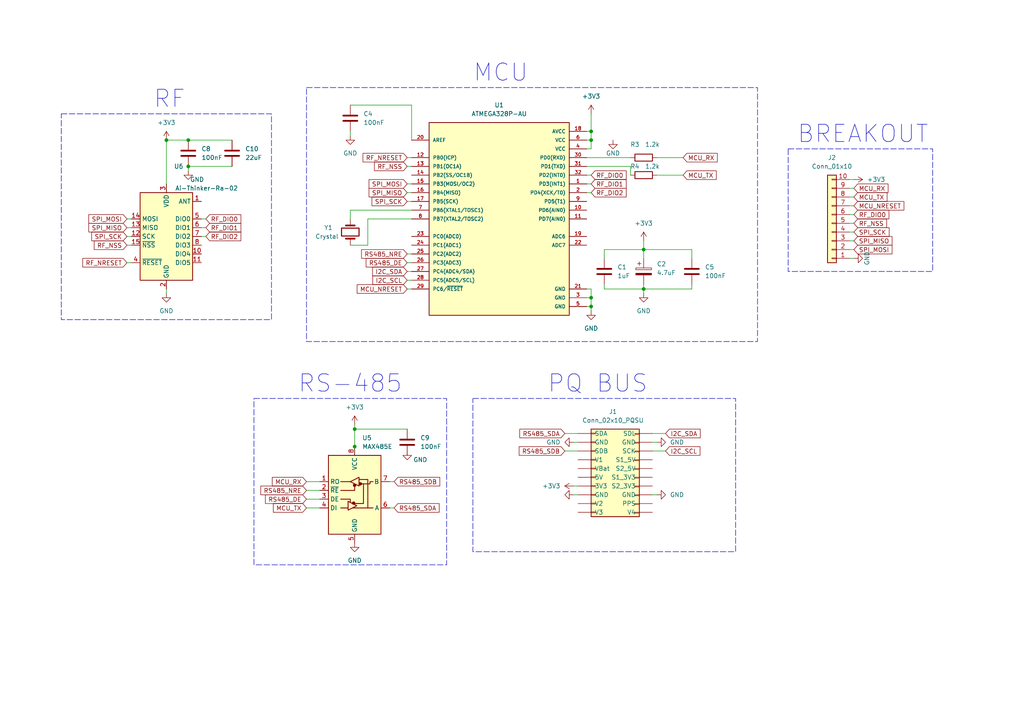
<source format=kicad_sch>
(kicad_sch (version 20230121) (generator eeschema)

  (uuid b4a94a9f-7fdf-43c6-82b9-c312e856d25f)

  (paper "A4")

  (title_block
    (title "PQ Com Unit")
    (date "2023-08-13")
    (rev "v01")
    (company "Author: Gary Allen")
  )

  (lib_symbols
    (symbol "ATMEGA328P-AU:ATMEGA328P-AU" (pin_names (offset 1.016)) (in_bom yes) (on_board yes)
      (property "Reference" "U1" (at 0 33.02 0)
        (effects (font (size 1.27 1.27)))
      )
      (property "Value" "ATMEGA328P-AU" (at 0 30.48 0)
        (effects (font (size 1.27 1.27)))
      )
      (property "Footprint" "QFP80P900X900X120-32N" (at -11.43 39.37 0)
        (effects (font (size 1.27 1.27)) (justify bottom) hide)
      )
      (property "Datasheet" "" (at -10.16 0 0)
        (effects (font (size 1.27 1.27)) hide)
      )
      (property "MANUFACTURER" "Atmel" (at 2.54 -1.27 0)
        (effects (font (size 1.27 1.27)) (justify bottom) hide)
      )
      (symbol "ATMEGA328P-AU_0_0"
        (rectangle (start -20.32 27.94) (end 20.32 -27.94)
          (stroke (width 0.254) (type default))
          (fill (type background))
        )
        (pin power_in line (at 25.4 25.4 180) (length 5.08)
          (name "AVCC" (effects (font (size 1.016 1.016))))
          (number "18" (effects (font (size 1.016 1.016))))
        )
        (pin bidirectional line (at 25.4 -5.08 180) (length 5.08)
          (name "ADC6" (effects (font (size 1.016 1.016))))
          (number "19" (effects (font (size 1.016 1.016))))
        )
        (pin input line (at -25.4 22.86 0) (length 5.08)
          (name "AREF" (effects (font (size 1.016 1.016))))
          (number "20" (effects (font (size 1.016 1.016))))
        )
        (pin power_in line (at 25.4 -20.32 180) (length 5.08)
          (name "GND" (effects (font (size 1.016 1.016))))
          (number "21" (effects (font (size 1.016 1.016))))
        )
        (pin bidirectional line (at 25.4 -7.62 180) (length 5.08)
          (name "ADC7" (effects (font (size 1.016 1.016))))
          (number "22" (effects (font (size 1.016 1.016))))
        )
        (pin bidirectional line (at -25.4 -20.32 0) (length 5.08)
          (name "PC6/~{RESET}" (effects (font (size 1.016 1.016))))
          (number "29" (effects (font (size 1.016 1.016))))
        )
        (pin power_in line (at 25.4 -22.86 180) (length 5.08)
          (name "GND" (effects (font (size 1.016 1.016))))
          (number "3" (effects (font (size 1.016 1.016))))
        )
        (pin power_in line (at 25.4 20.32 180) (length 5.08)
          (name "VCC" (effects (font (size 1.016 1.016))))
          (number "4" (effects (font (size 1.016 1.016))))
        )
        (pin power_in line (at 25.4 -25.4 180) (length 5.08)
          (name "GND" (effects (font (size 1.016 1.016))))
          (number "5" (effects (font (size 1.016 1.016))))
        )
        (pin power_in line (at 25.4 22.86 180) (length 5.08)
          (name "VCC" (effects (font (size 1.016 1.016))))
          (number "6" (effects (font (size 1.016 1.016))))
        )
      )
      (symbol "ATMEGA328P-AU_1_0"
        (pin bidirectional line (at 25.4 10.16 180) (length 5.08)
          (name "PD3(INT1)" (effects (font (size 1.016 1.016))))
          (number "1" (effects (font (size 1.016 1.016))))
        )
        (pin bidirectional line (at 25.4 2.54 180) (length 5.08)
          (name "PD6(AIN0)" (effects (font (size 1.016 1.016))))
          (number "10" (effects (font (size 1.016 1.016))))
        )
        (pin bidirectional line (at 25.4 0 180) (length 5.08)
          (name "PD7(AIN0)" (effects (font (size 1.016 1.016))))
          (number "11" (effects (font (size 1.016 1.016))))
        )
        (pin bidirectional line (at -25.4 17.78 0) (length 5.08)
          (name "PB0(ICP)" (effects (font (size 1.016 1.016))))
          (number "12" (effects (font (size 1.016 1.016))))
        )
        (pin bidirectional line (at -25.4 15.24 0) (length 5.08)
          (name "PB1(OC1A)" (effects (font (size 1.016 1.016))))
          (number "13" (effects (font (size 1.016 1.016))))
        )
        (pin bidirectional line (at -25.4 12.7 0) (length 5.08)
          (name "PB2(SS/OC1B)" (effects (font (size 1.016 1.016))))
          (number "14" (effects (font (size 1.016 1.016))))
        )
        (pin bidirectional line (at -25.4 10.16 0) (length 5.08)
          (name "PB3(MOSI/OC2)" (effects (font (size 1.016 1.016))))
          (number "15" (effects (font (size 1.016 1.016))))
        )
        (pin bidirectional line (at -25.4 7.62 0) (length 5.08)
          (name "PB4(MISO)" (effects (font (size 1.016 1.016))))
          (number "16" (effects (font (size 1.016 1.016))))
        )
        (pin bidirectional line (at -25.4 5.08 0) (length 5.08)
          (name "PB5(SCK)" (effects (font (size 1.016 1.016))))
          (number "17" (effects (font (size 1.016 1.016))))
        )
        (pin bidirectional line (at 25.4 7.62 180) (length 5.08)
          (name "PD4(XCK/T0)" (effects (font (size 1.016 1.016))))
          (number "2" (effects (font (size 1.016 1.016))))
        )
        (pin bidirectional line (at -25.4 -5.08 0) (length 5.08)
          (name "PC0(ADC0)" (effects (font (size 1.016 1.016))))
          (number "23" (effects (font (size 1.016 1.016))))
        )
        (pin bidirectional line (at -25.4 -7.62 0) (length 5.08)
          (name "PC1(ADC1)" (effects (font (size 1.016 1.016))))
          (number "24" (effects (font (size 1.016 1.016))))
        )
        (pin bidirectional line (at -25.4 -10.16 0) (length 5.08)
          (name "PC2(ADC2)" (effects (font (size 1.016 1.016))))
          (number "25" (effects (font (size 1.016 1.016))))
        )
        (pin bidirectional line (at -25.4 -12.7 0) (length 5.08)
          (name "PC3(ADC3)" (effects (font (size 1.016 1.016))))
          (number "26" (effects (font (size 1.016 1.016))))
        )
        (pin bidirectional line (at -25.4 -15.24 0) (length 5.08)
          (name "PC4(ADC4/SDA)" (effects (font (size 1.016 1.016))))
          (number "27" (effects (font (size 1.016 1.016))))
        )
        (pin bidirectional line (at -25.4 -17.78 0) (length 5.08)
          (name "PC5(ADC5/SCL)" (effects (font (size 1.016 1.016))))
          (number "28" (effects (font (size 1.016 1.016))))
        )
        (pin bidirectional line (at 25.4 17.78 180) (length 5.08)
          (name "PD0(RXD)" (effects (font (size 1.016 1.016))))
          (number "30" (effects (font (size 1.016 1.016))))
        )
        (pin bidirectional line (at 25.4 15.24 180) (length 5.08)
          (name "PD1(TXD)" (effects (font (size 1.016 1.016))))
          (number "31" (effects (font (size 1.016 1.016))))
        )
        (pin bidirectional line (at 25.4 12.7 180) (length 5.08)
          (name "PD2(INT0)" (effects (font (size 1.016 1.016))))
          (number "32" (effects (font (size 1.016 1.016))))
        )
        (pin bidirectional line (at -25.4 2.54 0) (length 5.08)
          (name "PB6(XTAL1/TOSC1)" (effects (font (size 1.016 1.016))))
          (number "7" (effects (font (size 1.016 1.016))))
        )
        (pin bidirectional line (at -25.4 0 0) (length 5.08)
          (name "PB7(XTAL2/TOSC2)" (effects (font (size 1.016 1.016))))
          (number "8" (effects (font (size 1.016 1.016))))
        )
        (pin bidirectional line (at 25.4 5.08 180) (length 5.08)
          (name "PD5(T1)" (effects (font (size 1.016 1.016))))
          (number "9" (effects (font (size 1.016 1.016))))
        )
      )
    )
    (symbol "Connector_Generic:Conn_01x10" (pin_names (offset 1.016) hide) (in_bom yes) (on_board yes)
      (property "Reference" "J" (at 0 12.7 0)
        (effects (font (size 1.27 1.27)))
      )
      (property "Value" "Conn_01x10" (at 0 -15.24 0)
        (effects (font (size 1.27 1.27)))
      )
      (property "Footprint" "" (at 0 0 0)
        (effects (font (size 1.27 1.27)) hide)
      )
      (property "Datasheet" "~" (at 0 0 0)
        (effects (font (size 1.27 1.27)) hide)
      )
      (property "ki_keywords" "connector" (at 0 0 0)
        (effects (font (size 1.27 1.27)) hide)
      )
      (property "ki_description" "Generic connector, single row, 01x10, script generated (kicad-library-utils/schlib/autogen/connector/)" (at 0 0 0)
        (effects (font (size 1.27 1.27)) hide)
      )
      (property "ki_fp_filters" "Connector*:*_1x??_*" (at 0 0 0)
        (effects (font (size 1.27 1.27)) hide)
      )
      (symbol "Conn_01x10_1_1"
        (rectangle (start -1.27 -12.573) (end 0 -12.827)
          (stroke (width 0.1524) (type default))
          (fill (type none))
        )
        (rectangle (start -1.27 -10.033) (end 0 -10.287)
          (stroke (width 0.1524) (type default))
          (fill (type none))
        )
        (rectangle (start -1.27 -7.493) (end 0 -7.747)
          (stroke (width 0.1524) (type default))
          (fill (type none))
        )
        (rectangle (start -1.27 -4.953) (end 0 -5.207)
          (stroke (width 0.1524) (type default))
          (fill (type none))
        )
        (rectangle (start -1.27 -2.413) (end 0 -2.667)
          (stroke (width 0.1524) (type default))
          (fill (type none))
        )
        (rectangle (start -1.27 0.127) (end 0 -0.127)
          (stroke (width 0.1524) (type default))
          (fill (type none))
        )
        (rectangle (start -1.27 2.667) (end 0 2.413)
          (stroke (width 0.1524) (type default))
          (fill (type none))
        )
        (rectangle (start -1.27 5.207) (end 0 4.953)
          (stroke (width 0.1524) (type default))
          (fill (type none))
        )
        (rectangle (start -1.27 7.747) (end 0 7.493)
          (stroke (width 0.1524) (type default))
          (fill (type none))
        )
        (rectangle (start -1.27 10.287) (end 0 10.033)
          (stroke (width 0.1524) (type default))
          (fill (type none))
        )
        (rectangle (start -1.27 11.43) (end 1.27 -13.97)
          (stroke (width 0.254) (type default))
          (fill (type background))
        )
        (pin passive line (at -5.08 10.16 0) (length 3.81)
          (name "Pin_1" (effects (font (size 1.27 1.27))))
          (number "1" (effects (font (size 1.27 1.27))))
        )
        (pin passive line (at -5.08 -12.7 0) (length 3.81)
          (name "Pin_10" (effects (font (size 1.27 1.27))))
          (number "10" (effects (font (size 1.27 1.27))))
        )
        (pin passive line (at -5.08 7.62 0) (length 3.81)
          (name "Pin_2" (effects (font (size 1.27 1.27))))
          (number "2" (effects (font (size 1.27 1.27))))
        )
        (pin passive line (at -5.08 5.08 0) (length 3.81)
          (name "Pin_3" (effects (font (size 1.27 1.27))))
          (number "3" (effects (font (size 1.27 1.27))))
        )
        (pin passive line (at -5.08 2.54 0) (length 3.81)
          (name "Pin_4" (effects (font (size 1.27 1.27))))
          (number "4" (effects (font (size 1.27 1.27))))
        )
        (pin passive line (at -5.08 0 0) (length 3.81)
          (name "Pin_5" (effects (font (size 1.27 1.27))))
          (number "5" (effects (font (size 1.27 1.27))))
        )
        (pin passive line (at -5.08 -2.54 0) (length 3.81)
          (name "Pin_6" (effects (font (size 1.27 1.27))))
          (number "6" (effects (font (size 1.27 1.27))))
        )
        (pin passive line (at -5.08 -5.08 0) (length 3.81)
          (name "Pin_7" (effects (font (size 1.27 1.27))))
          (number "7" (effects (font (size 1.27 1.27))))
        )
        (pin passive line (at -5.08 -7.62 0) (length 3.81)
          (name "Pin_8" (effects (font (size 1.27 1.27))))
          (number "8" (effects (font (size 1.27 1.27))))
        )
        (pin passive line (at -5.08 -10.16 0) (length 3.81)
          (name "Pin_9" (effects (font (size 1.27 1.27))))
          (number "9" (effects (font (size 1.27 1.27))))
        )
      )
    )
    (symbol "Connector_Generic:Conn_02x10_Top_Bottom" (pin_numbers hide) (pin_names (offset 1.016)) (in_bom yes) (on_board yes)
      (property "Reference" "J2" (at 1.27 16.51 0)
        (effects (font (size 1.27 1.27)))
      )
      (property "Value" "Conn_02x10_PQSU" (at 1.27 13.97 0)
        (effects (font (size 1.27 1.27)))
      )
      (property "Footprint" "Connector_PinHeader_2.54mm:PinHeader_2x10_P2.54mm_Vertical" (at 5.08 25.4 0)
        (effects (font (size 1.27 1.27)) hide)
      )
      (property "Datasheet" "~" (at 0 0 0)
        (effects (font (size 1.27 1.27)) hide)
      )
      (property "ki_keywords" "connector" (at 0 0 0)
        (effects (font (size 1.27 1.27)) hide)
      )
      (property "ki_description" "Generic connector, double row, 02x10, top/bottom pin numbering scheme (row 1: 1...pins_per_row, row2: pins_per_row+1 ... num_pins), script generated (kicad-library-utils/schlib/autogen/connector/)" (at 0 0 0)
        (effects (font (size 1.27 1.27)) hide)
      )
      (property "ki_fp_filters" "Connector*:*_2x??_*" (at 0 0 0)
        (effects (font (size 1.27 1.27)) hide)
      )
      (symbol "Conn_02x10_Top_Bottom_1_1"
        (rectangle (start -1.27 -12.573) (end 0 -12.827)
          (stroke (width 0.1524) (type default))
          (fill (type none))
        )
        (rectangle (start -1.27 -10.033) (end 0 -10.287)
          (stroke (width 0.1524) (type default))
          (fill (type none))
        )
        (rectangle (start -1.27 -7.493) (end 0 -7.747)
          (stroke (width 0.1524) (type default))
          (fill (type none))
        )
        (rectangle (start -1.27 -4.953) (end 0 -5.207)
          (stroke (width 0.1524) (type default))
          (fill (type none))
        )
        (rectangle (start -1.27 -2.413) (end 0 -2.667)
          (stroke (width 0.1524) (type default))
          (fill (type none))
        )
        (rectangle (start -1.27 0.127) (end 0 -0.127)
          (stroke (width 0.1524) (type default))
          (fill (type none))
        )
        (rectangle (start -1.27 2.667) (end 0 2.413)
          (stroke (width 0.1524) (type default))
          (fill (type none))
        )
        (rectangle (start -1.27 5.207) (end 0 4.953)
          (stroke (width 0.1524) (type default))
          (fill (type none))
        )
        (rectangle (start -1.27 7.747) (end 0 7.493)
          (stroke (width 0.1524) (type default))
          (fill (type none))
        )
        (rectangle (start -1.27 10.287) (end 0 10.033)
          (stroke (width 0.1524) (type default))
          (fill (type none))
        )
        (rectangle (start -1.27 11.43) (end 12.7 -13.97)
          (stroke (width 0.254) (type default))
          (fill (type background))
        )
        (rectangle (start 11.43 -2.54) (end 12.7 -2.794)
          (stroke (width 0.1524) (type default))
          (fill (type none))
        )
        (rectangle (start 11.43 0) (end 12.7 -0.254)
          (stroke (width 0.1524) (type default))
          (fill (type none))
        )
        (rectangle (start 11.43 10.16) (end 12.7 9.906)
          (stroke (width 0.1524) (type default))
          (fill (type none))
        )
        (rectangle (start 12.7 -12.7) (end 11.43 -12.954)
          (stroke (width 0.1524) (type default))
          (fill (type none))
        )
        (rectangle (start 12.7 -10.16) (end 11.43 -10.414)
          (stroke (width 0.1524) (type default))
          (fill (type none))
        )
        (rectangle (start 12.7 -7.62) (end 11.43 -7.874)
          (stroke (width 0.1524) (type default))
          (fill (type none))
        )
        (rectangle (start 12.7 -5.08) (end 11.43 -5.334)
          (stroke (width 0.1524) (type default))
          (fill (type none))
        )
        (rectangle (start 12.7 2.54) (end 11.43 2.286)
          (stroke (width 0.1524) (type default))
          (fill (type none))
        )
        (rectangle (start 12.7 5.08) (end 11.43 4.826)
          (stroke (width 0.1524) (type default))
          (fill (type none))
        )
        (rectangle (start 12.7 7.62) (end 11.43 7.366)
          (stroke (width 0.1524) (type default))
          (fill (type none))
        )
        (pin passive line (at -5.08 10.16 0) (length 3.81)
          (name "SDA" (effects (font (size 1.27 1.27))))
          (number "1" (effects (font (size 1.27 1.27))))
        )
        (pin passive line (at -5.08 -12.7 0) (length 3.81)
          (name "V3" (effects (font (size 1.27 1.27))))
          (number "10" (effects (font (size 1.27 1.27))))
        )
        (pin passive line (at 16.51 10.16 180) (length 3.81)
          (name "SDL" (effects (font (size 1.27 1.27))))
          (number "11" (effects (font (size 1.27 1.27))))
        )
        (pin passive line (at 16.51 7.62 180) (length 3.81)
          (name "GND" (effects (font (size 1.27 1.27))))
          (number "12" (effects (font (size 1.27 1.27))))
        )
        (pin passive line (at 16.51 5.08 180) (length 3.81)
          (name "SCK" (effects (font (size 1.27 1.27))))
          (number "13" (effects (font (size 1.27 1.27))))
        )
        (pin passive line (at 16.51 2.54 180) (length 3.81)
          (name "S1_5V" (effects (font (size 1.27 1.27))))
          (number "14" (effects (font (size 1.27 1.27))))
        )
        (pin passive line (at 16.51 0 180) (length 3.81)
          (name "S2_5V" (effects (font (size 1.27 1.27))))
          (number "15" (effects (font (size 1.27 1.27))))
        )
        (pin passive line (at 16.51 -2.54 180) (length 3.81)
          (name "S1_3V3" (effects (font (size 1.27 1.27))))
          (number "16" (effects (font (size 1.27 1.27))))
        )
        (pin passive line (at 16.51 -5.08 180) (length 3.81)
          (name "S2_3V3" (effects (font (size 1.27 1.27))))
          (number "17" (effects (font (size 1.27 1.27))))
        )
        (pin passive line (at 16.51 -7.62 180) (length 3.81)
          (name "GND" (effects (font (size 1.27 1.27))))
          (number "18" (effects (font (size 1.27 1.27))))
        )
        (pin passive line (at 16.51 -10.16 180) (length 3.81)
          (name "PPS" (effects (font (size 1.27 1.27))))
          (number "19" (effects (font (size 1.27 1.27))))
        )
        (pin passive line (at -5.08 7.62 0) (length 3.81)
          (name "GND" (effects (font (size 1.27 1.27))))
          (number "2" (effects (font (size 1.27 1.27))))
        )
        (pin passive line (at 16.51 -12.7 180) (length 3.81)
          (name "V4" (effects (font (size 1.27 1.27))))
          (number "20" (effects (font (size 1.27 1.27))))
        )
        (pin passive line (at -5.08 5.08 0) (length 3.81)
          (name "SDB" (effects (font (size 1.27 1.27))))
          (number "3" (effects (font (size 1.27 1.27))))
        )
        (pin passive line (at -5.08 2.54 0) (length 3.81)
          (name "V1" (effects (font (size 1.27 1.27))))
          (number "4" (effects (font (size 1.27 1.27))))
        )
        (pin passive line (at -5.08 0 0) (length 3.81)
          (name "VBat" (effects (font (size 1.27 1.27))))
          (number "5" (effects (font (size 1.27 1.27))))
        )
        (pin passive line (at -5.08 -2.54 0) (length 3.81)
          (name "5V" (effects (font (size 1.27 1.27))))
          (number "6" (effects (font (size 1.27 1.27))))
        )
        (pin passive line (at -5.08 -5.08 0) (length 3.81)
          (name "3V3" (effects (font (size 1.27 1.27))))
          (number "7" (effects (font (size 1.27 1.27))))
        )
        (pin passive line (at -5.08 -7.62 0) (length 3.81)
          (name "GND" (effects (font (size 1.27 1.27))))
          (number "8" (effects (font (size 1.27 1.27))))
        )
        (pin passive line (at -5.08 -10.16 0) (length 3.81)
          (name "V2" (effects (font (size 1.27 1.27))))
          (number "9" (effects (font (size 1.27 1.27))))
        )
      )
    )
    (symbol "Device:C" (pin_numbers hide) (pin_names (offset 0.254)) (in_bom yes) (on_board yes)
      (property "Reference" "C" (at 0.635 2.54 0)
        (effects (font (size 1.27 1.27)) (justify left))
      )
      (property "Value" "C" (at 0.635 -2.54 0)
        (effects (font (size 1.27 1.27)) (justify left))
      )
      (property "Footprint" "" (at 0.9652 -3.81 0)
        (effects (font (size 1.27 1.27)) hide)
      )
      (property "Datasheet" "~" (at 0 0 0)
        (effects (font (size 1.27 1.27)) hide)
      )
      (property "ki_keywords" "cap capacitor" (at 0 0 0)
        (effects (font (size 1.27 1.27)) hide)
      )
      (property "ki_description" "Unpolarized capacitor" (at 0 0 0)
        (effects (font (size 1.27 1.27)) hide)
      )
      (property "ki_fp_filters" "C_*" (at 0 0 0)
        (effects (font (size 1.27 1.27)) hide)
      )
      (symbol "C_0_1"
        (polyline
          (pts
            (xy -2.032 -0.762)
            (xy 2.032 -0.762)
          )
          (stroke (width 0.508) (type default))
          (fill (type none))
        )
        (polyline
          (pts
            (xy -2.032 0.762)
            (xy 2.032 0.762)
          )
          (stroke (width 0.508) (type default))
          (fill (type none))
        )
      )
      (symbol "C_1_1"
        (pin passive line (at 0 3.81 270) (length 2.794)
          (name "~" (effects (font (size 1.27 1.27))))
          (number "1" (effects (font (size 1.27 1.27))))
        )
        (pin passive line (at 0 -3.81 90) (length 2.794)
          (name "~" (effects (font (size 1.27 1.27))))
          (number "2" (effects (font (size 1.27 1.27))))
        )
      )
    )
    (symbol "Device:C_Polarized" (pin_numbers hide) (pin_names (offset 0.254)) (in_bom yes) (on_board yes)
      (property "Reference" "C" (at 0.635 2.54 0)
        (effects (font (size 1.27 1.27)) (justify left))
      )
      (property "Value" "C_Polarized" (at 0.635 -2.54 0)
        (effects (font (size 1.27 1.27)) (justify left))
      )
      (property "Footprint" "" (at 0.9652 -3.81 0)
        (effects (font (size 1.27 1.27)) hide)
      )
      (property "Datasheet" "~" (at 0 0 0)
        (effects (font (size 1.27 1.27)) hide)
      )
      (property "ki_keywords" "cap capacitor" (at 0 0 0)
        (effects (font (size 1.27 1.27)) hide)
      )
      (property "ki_description" "Polarized capacitor" (at 0 0 0)
        (effects (font (size 1.27 1.27)) hide)
      )
      (property "ki_fp_filters" "CP_*" (at 0 0 0)
        (effects (font (size 1.27 1.27)) hide)
      )
      (symbol "C_Polarized_0_1"
        (rectangle (start -2.286 0.508) (end 2.286 1.016)
          (stroke (width 0) (type default))
          (fill (type none))
        )
        (polyline
          (pts
            (xy -1.778 2.286)
            (xy -0.762 2.286)
          )
          (stroke (width 0) (type default))
          (fill (type none))
        )
        (polyline
          (pts
            (xy -1.27 2.794)
            (xy -1.27 1.778)
          )
          (stroke (width 0) (type default))
          (fill (type none))
        )
        (rectangle (start 2.286 -0.508) (end -2.286 -1.016)
          (stroke (width 0) (type default))
          (fill (type outline))
        )
      )
      (symbol "C_Polarized_1_1"
        (pin passive line (at 0 3.81 270) (length 2.794)
          (name "~" (effects (font (size 1.27 1.27))))
          (number "1" (effects (font (size 1.27 1.27))))
        )
        (pin passive line (at 0 -3.81 90) (length 2.794)
          (name "~" (effects (font (size 1.27 1.27))))
          (number "2" (effects (font (size 1.27 1.27))))
        )
      )
    )
    (symbol "Device:Crystal" (pin_numbers hide) (pin_names (offset 1.016) hide) (in_bom yes) (on_board yes)
      (property "Reference" "Y" (at 0 3.81 0)
        (effects (font (size 1.27 1.27)))
      )
      (property "Value" "Crystal" (at 0 -3.81 0)
        (effects (font (size 1.27 1.27)))
      )
      (property "Footprint" "" (at 0 0 0)
        (effects (font (size 1.27 1.27)) hide)
      )
      (property "Datasheet" "~" (at 0 0 0)
        (effects (font (size 1.27 1.27)) hide)
      )
      (property "ki_keywords" "quartz ceramic resonator oscillator" (at 0 0 0)
        (effects (font (size 1.27 1.27)) hide)
      )
      (property "ki_description" "Two pin crystal" (at 0 0 0)
        (effects (font (size 1.27 1.27)) hide)
      )
      (property "ki_fp_filters" "Crystal*" (at 0 0 0)
        (effects (font (size 1.27 1.27)) hide)
      )
      (symbol "Crystal_0_1"
        (rectangle (start -1.143 2.54) (end 1.143 -2.54)
          (stroke (width 0.3048) (type default))
          (fill (type none))
        )
        (polyline
          (pts
            (xy -2.54 0)
            (xy -1.905 0)
          )
          (stroke (width 0) (type default))
          (fill (type none))
        )
        (polyline
          (pts
            (xy -1.905 -1.27)
            (xy -1.905 1.27)
          )
          (stroke (width 0.508) (type default))
          (fill (type none))
        )
        (polyline
          (pts
            (xy 1.905 -1.27)
            (xy 1.905 1.27)
          )
          (stroke (width 0.508) (type default))
          (fill (type none))
        )
        (polyline
          (pts
            (xy 2.54 0)
            (xy 1.905 0)
          )
          (stroke (width 0) (type default))
          (fill (type none))
        )
      )
      (symbol "Crystal_1_1"
        (pin passive line (at -3.81 0 0) (length 1.27)
          (name "1" (effects (font (size 1.27 1.27))))
          (number "1" (effects (font (size 1.27 1.27))))
        )
        (pin passive line (at 3.81 0 180) (length 1.27)
          (name "2" (effects (font (size 1.27 1.27))))
          (number "2" (effects (font (size 1.27 1.27))))
        )
      )
    )
    (symbol "Device:R" (pin_numbers hide) (pin_names (offset 0)) (in_bom yes) (on_board yes)
      (property "Reference" "R" (at 2.032 0 90)
        (effects (font (size 1.27 1.27)))
      )
      (property "Value" "R" (at 0 0 90)
        (effects (font (size 1.27 1.27)))
      )
      (property "Footprint" "" (at -1.778 0 90)
        (effects (font (size 1.27 1.27)) hide)
      )
      (property "Datasheet" "~" (at 0 0 0)
        (effects (font (size 1.27 1.27)) hide)
      )
      (property "ki_keywords" "R res resistor" (at 0 0 0)
        (effects (font (size 1.27 1.27)) hide)
      )
      (property "ki_description" "Resistor" (at 0 0 0)
        (effects (font (size 1.27 1.27)) hide)
      )
      (property "ki_fp_filters" "R_*" (at 0 0 0)
        (effects (font (size 1.27 1.27)) hide)
      )
      (symbol "R_0_1"
        (rectangle (start -1.016 -2.54) (end 1.016 2.54)
          (stroke (width 0.254) (type default))
          (fill (type none))
        )
      )
      (symbol "R_1_1"
        (pin passive line (at 0 3.81 270) (length 1.27)
          (name "~" (effects (font (size 1.27 1.27))))
          (number "1" (effects (font (size 1.27 1.27))))
        )
        (pin passive line (at 0 -3.81 90) (length 1.27)
          (name "~" (effects (font (size 1.27 1.27))))
          (number "2" (effects (font (size 1.27 1.27))))
        )
      )
    )
    (symbol "Interface_UART:MAX485E" (in_bom yes) (on_board yes)
      (property "Reference" "U" (at -6.096 11.43 0)
        (effects (font (size 1.27 1.27)))
      )
      (property "Value" "MAX485E" (at 0.762 11.43 0)
        (effects (font (size 1.27 1.27)) (justify left))
      )
      (property "Footprint" "" (at 0 -17.78 0)
        (effects (font (size 1.27 1.27)) hide)
      )
      (property "Datasheet" "https://datasheets.maximintegrated.com/en/ds/MAX1487E-MAX491E.pdf" (at 0 1.27 0)
        (effects (font (size 1.27 1.27)) hide)
      )
      (property "ki_keywords" "Half duplex RS-485/RS-422, 2.5 Mbps, ±15kV electro-static discharge (ESD) protection, no slew-rate, no low-power shutdown, with receiver/driver enable, 32 receiver drive kapacitity, DIP-8 and SOIC-8" (at 0 0 0)
        (effects (font (size 1.27 1.27)) hide)
      )
      (property "ki_description" "Half duplex RS-485/RS-422, 2.5 Mbps, ±15kV electro-static discharge (ESD) protection, no slew-rate, no low-power shutdown, with receiver/driver enable, 32 receiver drive kapacitity, DIP-8 and SOIC-8" (at 0 0 0)
        (effects (font (size 1.27 1.27)) hide)
      )
      (property "ki_fp_filters" "DIP*W7.62mm* SOIC*3.9x4.9mm*P1.27mm*" (at 0 0 0)
        (effects (font (size 1.27 1.27)) hide)
      )
      (symbol "MAX485E_0_1"
        (rectangle (start -7.62 10.16) (end 7.62 -12.7)
          (stroke (width 0.254) (type default))
          (fill (type background))
        )
        (circle (center -0.3048 -3.683) (radius 0.3556)
          (stroke (width 0.254) (type default))
          (fill (type outline))
        )
        (circle (center -0.0254 1.4986) (radius 0.3556)
          (stroke (width 0.254) (type default))
          (fill (type outline))
        )
        (polyline
          (pts
            (xy -4.064 -5.08)
            (xy -1.905 -5.08)
          )
          (stroke (width 0.254) (type default))
          (fill (type none))
        )
        (polyline
          (pts
            (xy -4.064 2.54)
            (xy -1.27 2.54)
          )
          (stroke (width 0.254) (type default))
          (fill (type none))
        )
        (polyline
          (pts
            (xy -1.27 -3.2004)
            (xy -1.27 -3.4544)
          )
          (stroke (width 0.254) (type default))
          (fill (type none))
        )
        (polyline
          (pts
            (xy -0.635 -5.08)
            (xy 5.334 -5.08)
          )
          (stroke (width 0.254) (type default))
          (fill (type none))
        )
        (polyline
          (pts
            (xy -4.064 -2.54)
            (xy -1.27 -2.54)
            (xy -1.27 -3.175)
          )
          (stroke (width 0.254) (type default))
          (fill (type none))
        )
        (polyline
          (pts
            (xy 0 1.27)
            (xy 0 0)
            (xy -4.064 0)
          )
          (stroke (width 0.254) (type default))
          (fill (type none))
        )
        (polyline
          (pts
            (xy 1.27 3.175)
            (xy 3.81 3.175)
            (xy 3.81 -5.08)
          )
          (stroke (width 0.254) (type default))
          (fill (type none))
        )
        (polyline
          (pts
            (xy 2.54 1.905)
            (xy 2.54 -3.81)
            (xy 0 -3.81)
          )
          (stroke (width 0.254) (type default))
          (fill (type none))
        )
        (polyline
          (pts
            (xy -1.905 -3.175)
            (xy -1.905 -5.715)
            (xy 0.635 -4.445)
            (xy -1.905 -3.175)
          )
          (stroke (width 0.254) (type default))
          (fill (type none))
        )
        (polyline
          (pts
            (xy -1.27 2.54)
            (xy 1.27 3.81)
            (xy 1.27 1.27)
            (xy -1.27 2.54)
          )
          (stroke (width 0.254) (type default))
          (fill (type none))
        )
        (polyline
          (pts
            (xy 1.905 1.905)
            (xy 4.445 1.905)
            (xy 4.445 2.54)
            (xy 5.334 2.54)
          )
          (stroke (width 0.254) (type default))
          (fill (type none))
        )
        (rectangle (start 1.27 3.175) (end 1.27 3.175)
          (stroke (width 0) (type default))
          (fill (type none))
        )
        (circle (center 1.651 1.905) (radius 0.3556)
          (stroke (width 0.254) (type default))
          (fill (type outline))
        )
      )
      (symbol "MAX485E_1_1"
        (pin output line (at -10.16 2.54 0) (length 2.54)
          (name "RO" (effects (font (size 1.27 1.27))))
          (number "1" (effects (font (size 1.27 1.27))))
        )
        (pin input line (at -10.16 0 0) (length 2.54)
          (name "~{RE}" (effects (font (size 1.27 1.27))))
          (number "2" (effects (font (size 1.27 1.27))))
        )
        (pin input line (at -10.16 -2.54 0) (length 2.54)
          (name "DE" (effects (font (size 1.27 1.27))))
          (number "3" (effects (font (size 1.27 1.27))))
        )
        (pin input line (at -10.16 -5.08 0) (length 2.54)
          (name "DI" (effects (font (size 1.27 1.27))))
          (number "4" (effects (font (size 1.27 1.27))))
        )
        (pin power_in line (at 0 -15.24 90) (length 2.54)
          (name "GND" (effects (font (size 1.27 1.27))))
          (number "5" (effects (font (size 1.27 1.27))))
        )
        (pin bidirectional line (at 10.16 -5.08 180) (length 2.54)
          (name "A" (effects (font (size 1.27 1.27))))
          (number "6" (effects (font (size 1.27 1.27))))
        )
        (pin bidirectional line (at 10.16 2.54 180) (length 2.54)
          (name "B" (effects (font (size 1.27 1.27))))
          (number "7" (effects (font (size 1.27 1.27))))
        )
        (pin power_in line (at 0 12.7 270) (length 2.54)
          (name "VCC" (effects (font (size 1.27 1.27))))
          (number "8" (effects (font (size 1.27 1.27))))
        )
      )
    )
    (symbol "RF_Module:Ai-Thinker-Ra-01" (in_bom yes) (on_board yes)
      (property "Reference" "U" (at 2.54 17.78 0)
        (effects (font (size 1.27 1.27)))
      )
      (property "Value" "Ai-Thinker-Ra-01" (at 13.97 -15.24 0)
        (effects (font (size 1.27 1.27)))
      )
      (property "Footprint" "RF_Module:Ai-Thinker-Ra-01-LoRa" (at 25.4 -10.16 0)
        (effects (font (size 1.27 1.27)) hide)
      )
      (property "Datasheet" "http://wiki.ai-thinker.com/_media/lora/docs/c047ps01a1_ra-01_product_specification_v1.1.pdf" (at 2.54 17.78 0)
        (effects (font (size 1.27 1.27)) hide)
      )
      (property "ki_keywords" "Ra-01 LoRa" (at 0 0 0)
        (effects (font (size 1.27 1.27)) hide)
      )
      (property "ki_description" "Ai-Thinker Ra-01 410-525 MHz LoRa Module, SPI interface, external antenna" (at 0 0 0)
        (effects (font (size 1.27 1.27)) hide)
      )
      (property "ki_fp_filters" "Ai?Thinker?Ra?01*" (at 0 0 0)
        (effects (font (size 1.27 1.27)) hide)
      )
      (symbol "Ai-Thinker-Ra-01_0_1"
        (rectangle (start -7.62 12.7) (end 7.62 -12.7)
          (stroke (width 0.254) (type default))
          (fill (type background))
        )
      )
      (symbol "Ai-Thinker-Ra-01_1_1"
        (pin passive line (at 10.16 10.16 180) (length 2.54)
          (name "ANT" (effects (font (size 1.27 1.27))))
          (number "1" (effects (font (size 1.27 1.27))))
        )
        (pin bidirectional line (at 10.16 -5.08 180) (length 2.54)
          (name "DIO4" (effects (font (size 1.27 1.27))))
          (number "10" (effects (font (size 1.27 1.27))))
        )
        (pin bidirectional line (at 10.16 -7.62 180) (length 2.54)
          (name "DIO5" (effects (font (size 1.27 1.27))))
          (number "11" (effects (font (size 1.27 1.27))))
        )
        (pin input line (at -10.16 0 0) (length 2.54)
          (name "SCK" (effects (font (size 1.27 1.27))))
          (number "12" (effects (font (size 1.27 1.27))))
        )
        (pin output line (at -10.16 2.54 0) (length 2.54)
          (name "MISO" (effects (font (size 1.27 1.27))))
          (number "13" (effects (font (size 1.27 1.27))))
        )
        (pin input line (at -10.16 5.08 0) (length 2.54)
          (name "MOSI" (effects (font (size 1.27 1.27))))
          (number "14" (effects (font (size 1.27 1.27))))
        )
        (pin input line (at -10.16 -2.54 0) (length 2.54)
          (name "~{NSS}" (effects (font (size 1.27 1.27))))
          (number "15" (effects (font (size 1.27 1.27))))
        )
        (pin passive line (at 0 -15.24 90) (length 2.54) hide
          (name "GND" (effects (font (size 1.27 1.27))))
          (number "16" (effects (font (size 1.27 1.27))))
        )
        (pin power_in line (at 0 -15.24 90) (length 2.54)
          (name "GND" (effects (font (size 1.27 1.27))))
          (number "2" (effects (font (size 1.27 1.27))))
        )
        (pin power_in line (at 0 15.24 270) (length 2.54)
          (name "VDD" (effects (font (size 1.27 1.27))))
          (number "3" (effects (font (size 1.27 1.27))))
        )
        (pin input line (at -10.16 -7.62 0) (length 2.54)
          (name "~{RESET}" (effects (font (size 1.27 1.27))))
          (number "4" (effects (font (size 1.27 1.27))))
        )
        (pin bidirectional line (at 10.16 5.08 180) (length 2.54)
          (name "DIO0" (effects (font (size 1.27 1.27))))
          (number "5" (effects (font (size 1.27 1.27))))
        )
        (pin bidirectional line (at 10.16 2.54 180) (length 2.54)
          (name "DIO1" (effects (font (size 1.27 1.27))))
          (number "6" (effects (font (size 1.27 1.27))))
        )
        (pin bidirectional line (at 10.16 0 180) (length 2.54)
          (name "DIO2" (effects (font (size 1.27 1.27))))
          (number "7" (effects (font (size 1.27 1.27))))
        )
        (pin bidirectional line (at 10.16 -2.54 180) (length 2.54)
          (name "DIO3" (effects (font (size 1.27 1.27))))
          (number "8" (effects (font (size 1.27 1.27))))
        )
        (pin passive line (at 0 -15.24 90) (length 2.54) hide
          (name "GND" (effects (font (size 1.27 1.27))))
          (number "9" (effects (font (size 1.27 1.27))))
        )
      )
    )
    (symbol "power:+3V3" (power) (pin_names (offset 0)) (in_bom yes) (on_board yes)
      (property "Reference" "#PWR" (at 0 -3.81 0)
        (effects (font (size 1.27 1.27)) hide)
      )
      (property "Value" "+3V3" (at 0 3.556 0)
        (effects (font (size 1.27 1.27)))
      )
      (property "Footprint" "" (at 0 0 0)
        (effects (font (size 1.27 1.27)) hide)
      )
      (property "Datasheet" "" (at 0 0 0)
        (effects (font (size 1.27 1.27)) hide)
      )
      (property "ki_keywords" "global power" (at 0 0 0)
        (effects (font (size 1.27 1.27)) hide)
      )
      (property "ki_description" "Power symbol creates a global label with name \"+3V3\"" (at 0 0 0)
        (effects (font (size 1.27 1.27)) hide)
      )
      (symbol "+3V3_0_1"
        (polyline
          (pts
            (xy -0.762 1.27)
            (xy 0 2.54)
          )
          (stroke (width 0) (type default))
          (fill (type none))
        )
        (polyline
          (pts
            (xy 0 0)
            (xy 0 2.54)
          )
          (stroke (width 0) (type default))
          (fill (type none))
        )
        (polyline
          (pts
            (xy 0 2.54)
            (xy 0.762 1.27)
          )
          (stroke (width 0) (type default))
          (fill (type none))
        )
      )
      (symbol "+3V3_1_1"
        (pin power_in line (at 0 0 90) (length 0) hide
          (name "+3V3" (effects (font (size 1.27 1.27))))
          (number "1" (effects (font (size 1.27 1.27))))
        )
      )
    )
    (symbol "power:GND" (power) (pin_names (offset 0)) (in_bom yes) (on_board yes)
      (property "Reference" "#PWR" (at 0 -6.35 0)
        (effects (font (size 1.27 1.27)) hide)
      )
      (property "Value" "GND" (at 0 -3.81 0)
        (effects (font (size 1.27 1.27)))
      )
      (property "Footprint" "" (at 0 0 0)
        (effects (font (size 1.27 1.27)) hide)
      )
      (property "Datasheet" "" (at 0 0 0)
        (effects (font (size 1.27 1.27)) hide)
      )
      (property "ki_keywords" "global power" (at 0 0 0)
        (effects (font (size 1.27 1.27)) hide)
      )
      (property "ki_description" "Power symbol creates a global label with name \"GND\" , ground" (at 0 0 0)
        (effects (font (size 1.27 1.27)) hide)
      )
      (symbol "GND_0_1"
        (polyline
          (pts
            (xy 0 0)
            (xy 0 -1.27)
            (xy 1.27 -1.27)
            (xy 0 -2.54)
            (xy -1.27 -1.27)
            (xy 0 -1.27)
          )
          (stroke (width 0) (type default))
          (fill (type none))
        )
      )
      (symbol "GND_1_1"
        (pin power_in line (at 0 0 270) (length 0) hide
          (name "GND" (effects (font (size 1.27 1.27))))
          (number "1" (effects (font (size 1.27 1.27))))
        )
      )
    )
  )

  (junction (at 171.45 88.9) (diameter 0) (color 0 0 0 0)
    (uuid 3123f0ba-e426-4576-9d78-f56184ad9d3c)
  )
  (junction (at 102.87 129.54) (diameter 0) (color 0 0 0 0)
    (uuid 39a39490-1479-477e-8ec3-232b0d4f765c)
  )
  (junction (at 54.61 48.26) (diameter 0) (color 0 0 0 0)
    (uuid 5552be91-644d-43f4-a548-658e75caed0c)
  )
  (junction (at 186.69 83.82) (diameter 0) (color 0 0 0 0)
    (uuid 7eae1ffc-b52a-4e67-94a4-84b8bef9e201)
  )
  (junction (at 54.61 40.64) (diameter 0) (color 0 0 0 0)
    (uuid 965064b1-edad-4a9b-bf39-cb54468efb88)
  )
  (junction (at 102.87 124.46) (diameter 0) (color 0 0 0 0)
    (uuid 9bf2526a-4e19-4266-846a-86331901b3e9)
  )
  (junction (at 171.45 86.36) (diameter 0) (color 0 0 0 0)
    (uuid a5294278-1a3f-4f9c-a297-5be7973206d9)
  )
  (junction (at 48.26 40.64) (diameter 0) (color 0 0 0 0)
    (uuid b506c96c-829c-4d03-9462-d74e6d384435)
  )
  (junction (at 171.45 38.1) (diameter 0) (color 0 0 0 0)
    (uuid cba4da94-a185-4c2b-af8e-ef2070ad3e8d)
  )
  (junction (at 186.69 72.39) (diameter 0) (color 0 0 0 0)
    (uuid db760289-da5f-4552-8b06-f1001f2e05ef)
  )
  (junction (at 171.45 40.64) (diameter 0) (color 0 0 0 0)
    (uuid fb3d81ba-98da-4618-a62b-466760ac95c9)
  )

  (wire (pts (xy 166.37 140.97) (xy 167.64 140.97))
    (stroke (width 0) (type default))
    (uuid 02e4482a-9ece-4e35-8b7a-439756d4c798)
  )
  (wire (pts (xy 193.04 130.81) (xy 189.23 130.81))
    (stroke (width 0) (type default))
    (uuid 0342ba18-cb4f-46ec-bda6-b8615c08d4aa)
  )
  (wire (pts (xy 48.26 40.64) (xy 48.26 53.34))
    (stroke (width 0) (type default))
    (uuid 043b0646-3e1c-4f45-9bac-550debf36ad5)
  )
  (wire (pts (xy 88.9 142.24) (xy 92.71 142.24))
    (stroke (width 0) (type default))
    (uuid 0812125d-58e7-4bb7-aff4-14931be666ff)
  )
  (wire (pts (xy 58.42 68.58) (xy 59.69 68.58))
    (stroke (width 0) (type default))
    (uuid 173b15d5-9ee4-4f40-916d-50102ae147f8)
  )
  (wire (pts (xy 118.11 78.74) (xy 119.38 78.74))
    (stroke (width 0) (type default))
    (uuid 1843e8b8-f293-4e96-b098-64735f2af884)
  )
  (wire (pts (xy 247.65 67.31) (xy 246.38 67.31))
    (stroke (width 0) (type default))
    (uuid 1af1d7a6-d783-453d-b5b4-da280ff16d30)
  )
  (wire (pts (xy 48.26 85.09) (xy 48.26 83.82))
    (stroke (width 0) (type default))
    (uuid 20c581d8-f26d-4124-bf82-d4cdbcc50609)
  )
  (wire (pts (xy 163.83 125.73) (xy 167.64 125.73))
    (stroke (width 0) (type default))
    (uuid 224697ba-ef14-40b9-ab47-f8cc02540f04)
  )
  (wire (pts (xy 118.11 45.72) (xy 119.38 45.72))
    (stroke (width 0) (type default))
    (uuid 235a29c9-6570-4c71-9edd-28352e309373)
  )
  (wire (pts (xy 118.11 130.81) (xy 118.11 132.08))
    (stroke (width 0) (type default))
    (uuid 24dc79d7-c414-4ca0-907a-0ec0cf9e67fd)
  )
  (wire (pts (xy 247.65 54.61) (xy 246.38 54.61))
    (stroke (width 0) (type default))
    (uuid 2a137510-7329-497b-8147-93839ede0c5c)
  )
  (wire (pts (xy 186.69 83.82) (xy 186.69 85.09))
    (stroke (width 0) (type default))
    (uuid 2b78d07a-b343-499a-94f7-114be3d1f6cb)
  )
  (wire (pts (xy 118.11 53.34) (xy 119.38 53.34))
    (stroke (width 0) (type default))
    (uuid 2c2f4a28-5de7-471b-975f-e2d497ea9b9f)
  )
  (wire (pts (xy 36.83 66.04) (xy 38.1 66.04))
    (stroke (width 0) (type default))
    (uuid 2db6a95e-df19-49b0-b5d6-016aeed0a4e7)
  )
  (wire (pts (xy 247.65 62.23) (xy 246.38 62.23))
    (stroke (width 0) (type default))
    (uuid 2fa5b6a5-78a9-4f16-a27a-95da3daa7641)
  )
  (wire (pts (xy 101.6 38.1) (xy 101.6 39.37))
    (stroke (width 0) (type default))
    (uuid 32e772da-b890-4c7e-a405-046d50b1079b)
  )
  (wire (pts (xy 175.26 72.39) (xy 175.26 74.93))
    (stroke (width 0) (type default))
    (uuid 34c38094-9368-4f27-91f6-a1aee20bb41c)
  )
  (wire (pts (xy 36.83 71.12) (xy 38.1 71.12))
    (stroke (width 0) (type default))
    (uuid 356b78d5-a850-4fba-9746-b9b584ab0f87)
  )
  (wire (pts (xy 175.26 82.55) (xy 175.26 83.82))
    (stroke (width 0) (type default))
    (uuid 370525dc-4132-4172-9e6f-8a7ac50f6e62)
  )
  (wire (pts (xy 102.87 124.46) (xy 118.11 124.46))
    (stroke (width 0) (type default))
    (uuid 3a2f8178-8ccd-450a-8b1d-b3b917bc528e)
  )
  (wire (pts (xy 193.04 125.73) (xy 189.23 125.73))
    (stroke (width 0) (type default))
    (uuid 3d6bf155-c6f0-4d0d-839d-40a252959b1c)
  )
  (wire (pts (xy 190.5 45.72) (xy 198.12 45.72))
    (stroke (width 0) (type default))
    (uuid 452c5edd-9f12-4550-93e5-b902cdaa1c25)
  )
  (wire (pts (xy 200.66 74.93) (xy 200.66 72.39))
    (stroke (width 0) (type default))
    (uuid 46274c7f-2b31-4bef-9bab-9819b6634039)
  )
  (wire (pts (xy 118.11 55.88) (xy 119.38 55.88))
    (stroke (width 0) (type default))
    (uuid 46f8febe-dbad-40a1-ac1c-ae839ca9fb4a)
  )
  (wire (pts (xy 118.11 73.66) (xy 119.38 73.66))
    (stroke (width 0) (type default))
    (uuid 4bc8bbda-0e24-45ee-8c7d-51e1b8523f9f)
  )
  (wire (pts (xy 247.65 74.93) (xy 246.38 74.93))
    (stroke (width 0) (type default))
    (uuid 4d1ad182-dd1a-4826-8432-aeb82f149217)
  )
  (wire (pts (xy 247.65 57.15) (xy 246.38 57.15))
    (stroke (width 0) (type default))
    (uuid 4df987f9-7e70-4873-ae5c-449b6533ca06)
  )
  (wire (pts (xy 113.03 139.7) (xy 114.3 139.7))
    (stroke (width 0) (type default))
    (uuid 4e75aa84-b571-4cc3-8d32-152dff8535b0)
  )
  (wire (pts (xy 170.18 48.26) (xy 182.88 48.26))
    (stroke (width 0) (type default))
    (uuid 4f33f832-b77e-4ba9-8f14-d7531c787223)
  )
  (wire (pts (xy 171.45 86.36) (xy 171.45 88.9))
    (stroke (width 0) (type default))
    (uuid 501d2c4b-d8ce-43cb-bb48-b26c78699bf3)
  )
  (wire (pts (xy 182.88 48.26) (xy 182.88 50.8))
    (stroke (width 0) (type default))
    (uuid 514d2330-1955-48f4-86f4-44aef162c69d)
  )
  (wire (pts (xy 247.65 52.07) (xy 246.38 52.07))
    (stroke (width 0) (type default))
    (uuid 51b8d3da-11f4-48ac-aa87-d23d0d6cb4d7)
  )
  (wire (pts (xy 170.18 83.82) (xy 171.45 83.82))
    (stroke (width 0) (type default))
    (uuid 5681fba1-96a3-42fb-bf18-550f595c11dd)
  )
  (wire (pts (xy 170.18 86.36) (xy 171.45 86.36))
    (stroke (width 0) (type default))
    (uuid 57060d63-ae3a-4dc7-9e72-6859e9550ee4)
  )
  (wire (pts (xy 88.9 147.32) (xy 92.71 147.32))
    (stroke (width 0) (type default))
    (uuid 5800b3a5-2d28-4185-8832-e46e4bc4ad5a)
  )
  (wire (pts (xy 166.37 128.27) (xy 167.64 128.27))
    (stroke (width 0) (type default))
    (uuid 5882987f-fcc9-464a-ada0-1f3d74d7c302)
  )
  (wire (pts (xy 171.45 38.1) (xy 171.45 40.64))
    (stroke (width 0) (type default))
    (uuid 593c2499-d2e8-48d0-9ba2-6efe28dd6cd3)
  )
  (wire (pts (xy 102.87 129.54) (xy 102.87 132.08))
    (stroke (width 0) (type default))
    (uuid 5aab8fe4-ca45-4673-ba74-508ababef520)
  )
  (wire (pts (xy 186.69 72.39) (xy 175.26 72.39))
    (stroke (width 0) (type default))
    (uuid 5c8fbaa7-f1fd-4125-99cf-0d94d9894535)
  )
  (wire (pts (xy 58.42 63.5) (xy 59.69 63.5))
    (stroke (width 0) (type default))
    (uuid 647254d7-4835-49c6-b4eb-6fde2616bdb3)
  )
  (wire (pts (xy 88.9 139.7) (xy 92.71 139.7))
    (stroke (width 0) (type default))
    (uuid 6a3bdb12-26ef-4640-a419-dca50673fbe9)
  )
  (wire (pts (xy 189.23 143.51) (xy 190.5 143.51))
    (stroke (width 0) (type default))
    (uuid 6bfc1692-8f8d-42a0-bf8e-a548925e552c)
  )
  (wire (pts (xy 186.69 83.82) (xy 175.26 83.82))
    (stroke (width 0) (type default))
    (uuid 6d44e939-1717-4122-9fb0-bb4804a7d9be)
  )
  (wire (pts (xy 118.11 48.26) (xy 119.38 48.26))
    (stroke (width 0) (type default))
    (uuid 71d429f8-fa81-40df-8f89-e94e29b0d832)
  )
  (wire (pts (xy 36.83 68.58) (xy 38.1 68.58))
    (stroke (width 0) (type default))
    (uuid 74c2a442-0612-4817-b54d-c1d5cdfa7f3c)
  )
  (wire (pts (xy 119.38 60.96) (xy 101.6 60.96))
    (stroke (width 0) (type default))
    (uuid 79d80363-bbeb-45f3-9a99-04cd91d0a698)
  )
  (wire (pts (xy 102.87 124.46) (xy 102.87 129.54))
    (stroke (width 0) (type default))
    (uuid 7c2f390f-9869-475c-8b01-e0933c5282a2)
  )
  (wire (pts (xy 170.18 50.8) (xy 171.45 50.8))
    (stroke (width 0) (type default))
    (uuid 7d7c4764-8220-4072-99b9-6f562574ceb9)
  )
  (wire (pts (xy 106.68 71.12) (xy 101.6 71.12))
    (stroke (width 0) (type default))
    (uuid 7dc65e3e-c641-44d1-b3e1-eb9a801a2a65)
  )
  (wire (pts (xy 118.11 81.28) (xy 119.38 81.28))
    (stroke (width 0) (type default))
    (uuid 7e1b8645-c1a2-466c-b892-a8818b4d56cc)
  )
  (wire (pts (xy 166.37 143.51) (xy 167.64 143.51))
    (stroke (width 0) (type default))
    (uuid 82549bb6-2089-4d59-a7fa-a7a3899cc7de)
  )
  (wire (pts (xy 54.61 40.64) (xy 67.31 40.64))
    (stroke (width 0) (type default))
    (uuid 83293c6c-32a4-4461-9389-3f1a2e6a8268)
  )
  (wire (pts (xy 54.61 49.53) (xy 54.61 48.26))
    (stroke (width 0) (type default))
    (uuid 88216f8c-bc76-413f-bc4d-4c10690619ae)
  )
  (wire (pts (xy 102.87 124.46) (xy 102.87 123.19))
    (stroke (width 0) (type default))
    (uuid 884b3e1e-8a71-47ac-994b-1543d70f4f58)
  )
  (wire (pts (xy 190.5 50.8) (xy 198.12 50.8))
    (stroke (width 0) (type default))
    (uuid 8dfbe049-c706-4664-8941-59c9974de4e8)
  )
  (wire (pts (xy 186.69 82.55) (xy 186.69 83.82))
    (stroke (width 0) (type default))
    (uuid 91ff9012-9a9f-4630-9b66-f16fb057ca8d)
  )
  (wire (pts (xy 113.03 147.32) (xy 114.3 147.32))
    (stroke (width 0) (type default))
    (uuid 9270d1ca-f703-49dc-992a-f2474fb68ea5)
  )
  (wire (pts (xy 170.18 43.18) (xy 171.45 43.18))
    (stroke (width 0) (type default))
    (uuid 9350a3db-2f6d-427a-b115-2a857c2c997b)
  )
  (wire (pts (xy 170.18 53.34) (xy 171.45 53.34))
    (stroke (width 0) (type default))
    (uuid 969f8c0d-1fbf-4aa1-86f0-dcf3c9f9e674)
  )
  (wire (pts (xy 118.11 58.42) (xy 119.38 58.42))
    (stroke (width 0) (type default))
    (uuid 97449b91-ff60-45a6-9871-fa7c48d030f1)
  )
  (wire (pts (xy 247.65 64.77) (xy 246.38 64.77))
    (stroke (width 0) (type default))
    (uuid 9d0dbb13-ad7d-4686-bd9d-fdd2cd40665f)
  )
  (wire (pts (xy 101.6 30.48) (xy 119.38 30.48))
    (stroke (width 0) (type default))
    (uuid 9df7c5e2-924c-4b96-8fef-e6554cbdd4cb)
  )
  (wire (pts (xy 170.18 40.64) (xy 171.45 40.64))
    (stroke (width 0) (type default))
    (uuid 9fafdd4b-1031-4900-8741-363e5e10f0e7)
  )
  (wire (pts (xy 119.38 30.48) (xy 119.38 40.64))
    (stroke (width 0) (type default))
    (uuid a54f3af2-4d82-4d38-b023-685ffb4136a4)
  )
  (wire (pts (xy 186.69 83.82) (xy 200.66 83.82))
    (stroke (width 0) (type default))
    (uuid a59854dd-4a71-49d8-a6c7-094f21732d2c)
  )
  (wire (pts (xy 247.65 69.85) (xy 246.38 69.85))
    (stroke (width 0) (type default))
    (uuid a5dbb16a-d62c-482c-a65f-706e81ffb243)
  )
  (wire (pts (xy 171.45 88.9) (xy 171.45 90.17))
    (stroke (width 0) (type default))
    (uuid a72261c7-6026-49e7-bbf1-8ed8b400f489)
  )
  (wire (pts (xy 186.69 69.85) (xy 186.69 72.39))
    (stroke (width 0) (type default))
    (uuid a964a962-8b3c-4570-81a9-b83f1197f062)
  )
  (wire (pts (xy 36.83 63.5) (xy 38.1 63.5))
    (stroke (width 0) (type default))
    (uuid ae611334-955c-4047-876f-7058abeaa71e)
  )
  (wire (pts (xy 171.45 40.64) (xy 171.45 43.18))
    (stroke (width 0) (type default))
    (uuid b244c885-4f62-4dad-a2b1-372685fa019f)
  )
  (wire (pts (xy 247.65 72.39) (xy 246.38 72.39))
    (stroke (width 0) (type default))
    (uuid b2465a47-4267-4e3b-b6d1-5bce297c6555)
  )
  (wire (pts (xy 58.42 66.04) (xy 59.69 66.04))
    (stroke (width 0) (type default))
    (uuid b5c93e10-e4d1-4ea3-844c-b45d1ece5475)
  )
  (wire (pts (xy 163.83 130.81) (xy 167.64 130.81))
    (stroke (width 0) (type default))
    (uuid b7896fca-d651-4d30-9151-2fbe4008c5a2)
  )
  (wire (pts (xy 170.18 38.1) (xy 171.45 38.1))
    (stroke (width 0) (type default))
    (uuid b7d692ca-5ffa-4343-8656-5250f6dee308)
  )
  (wire (pts (xy 186.69 72.39) (xy 200.66 72.39))
    (stroke (width 0) (type default))
    (uuid baebf4ac-6591-4f84-919a-be7e2067bc5b)
  )
  (wire (pts (xy 54.61 48.26) (xy 67.31 48.26))
    (stroke (width 0) (type default))
    (uuid bba5155c-4bd4-4fdb-8fd7-2b63f8a3de28)
  )
  (wire (pts (xy 106.68 71.12) (xy 106.68 63.5))
    (stroke (width 0) (type default))
    (uuid bdd96128-ad4e-4e84-bbbe-87724c2d332f)
  )
  (wire (pts (xy 170.18 55.88) (xy 171.45 55.88))
    (stroke (width 0) (type default))
    (uuid c01425e6-e965-4398-9936-6991d6eb72d9)
  )
  (wire (pts (xy 106.68 63.5) (xy 119.38 63.5))
    (stroke (width 0) (type default))
    (uuid c81189e5-a286-4a29-9802-a068ae562d27)
  )
  (wire (pts (xy 36.83 76.2) (xy 38.1 76.2))
    (stroke (width 0) (type default))
    (uuid d09b580e-e3f9-4b26-b339-cb795f424f93)
  )
  (wire (pts (xy 88.9 144.78) (xy 92.71 144.78))
    (stroke (width 0) (type default))
    (uuid d3f0e495-db51-42af-b9fa-4a80cf0003ec)
  )
  (wire (pts (xy 247.65 59.69) (xy 246.38 59.69))
    (stroke (width 0) (type default))
    (uuid d86e012e-e96e-4bc7-b98e-f9aad70009af)
  )
  (wire (pts (xy 171.45 83.82) (xy 171.45 86.36))
    (stroke (width 0) (type default))
    (uuid e21942ab-bf8e-43ba-bc33-4f5c56a212c1)
  )
  (wire (pts (xy 200.66 82.55) (xy 200.66 83.82))
    (stroke (width 0) (type default))
    (uuid e344dd58-8f54-493b-b0bf-a0f949950766)
  )
  (wire (pts (xy 48.26 40.64) (xy 54.61 40.64))
    (stroke (width 0) (type default))
    (uuid e95e897f-92ba-4975-9316-e56f635e0956)
  )
  (wire (pts (xy 171.45 33.02) (xy 171.45 38.1))
    (stroke (width 0) (type default))
    (uuid ea9f39c1-addd-449b-afb7-6d6f3779e3a0)
  )
  (wire (pts (xy 118.11 83.82) (xy 119.38 83.82))
    (stroke (width 0) (type default))
    (uuid eac08ad5-0c8d-4910-8d43-5c3bbf466dbf)
  )
  (wire (pts (xy 170.18 45.72) (xy 182.88 45.72))
    (stroke (width 0) (type default))
    (uuid eb5e0745-1fc1-4d3d-87c5-433837c0eeb5)
  )
  (wire (pts (xy 170.18 88.9) (xy 171.45 88.9))
    (stroke (width 0) (type default))
    (uuid f4d3a2be-08ad-4a18-aecf-c16dbd588999)
  )
  (wire (pts (xy 101.6 60.96) (xy 101.6 63.5))
    (stroke (width 0) (type default))
    (uuid f72cc198-1438-4396-8ca3-02bb09c3b60a)
  )
  (wire (pts (xy 186.69 72.39) (xy 186.69 74.93))
    (stroke (width 0) (type default))
    (uuid fbd6e195-7895-45ba-8096-5a10f6e81c1d)
  )
  (wire (pts (xy 189.23 128.27) (xy 190.5 128.27))
    (stroke (width 0) (type default))
    (uuid fcecf93f-8f7f-46f3-b5ce-cac90d28920b)
  )
  (wire (pts (xy 118.11 76.2) (xy 119.38 76.2))
    (stroke (width 0) (type default))
    (uuid fd80a24e-6ade-483e-b34b-2403dce1e269)
  )

  (rectangle (start 88.9 25.4) (end 219.71 99.06)
    (stroke (width 0) (type dash))
    (fill (type none))
    (uuid 0f612520-f7eb-43cd-a10b-5bc45894a517)
  )
  (rectangle (start 17.78 33.02) (end 78.74 92.71)
    (stroke (width 0) (type dash))
    (fill (type none))
    (uuid 5b875651-bd96-4cdf-abc5-e239b673befe)
  )
  (rectangle (start 137.16 115.57) (end 213.36 160.02)
    (stroke (width 0) (type dash))
    (fill (type none))
    (uuid ad23a51d-9002-4bc7-841e-93d7ba861385)
  )
  (rectangle (start 73.66 115.57) (end 129.54 163.83)
    (stroke (width 0) (type dash))
    (fill (type none))
    (uuid d19f6a85-ce8b-4e64-9432-bee37dcba2de)
  )
  (rectangle (start 228.6 43.18) (end 270.51 78.74)
    (stroke (width 0) (type dash))
    (fill (type none))
    (uuid d24609e3-c300-4a30-a463-9be8270808b1)
  )

  (text "PQ BUS" (at 158.75 114.3 0)
    (effects (font (size 5 5)) (justify left bottom))
    (uuid 3e69dc0c-22d5-415c-8995-488837a3d808)
  )
  (text "RF" (at 44.45 31.75 0)
    (effects (font (size 5 5)) (justify left bottom))
    (uuid 8711ebdc-c0ee-4801-a461-5baf1bf08390)
  )
  (text "MCU" (at 137.16 24.13 0)
    (effects (font (size 5 5)) (justify left bottom))
    (uuid b3863e4f-60b8-4684-9775-0df4878d5d07)
  )
  (text "BREAKOUT" (at 231.14 41.91 0)
    (effects (font (size 5 5)) (justify left bottom))
    (uuid c1978cdb-4c0e-4f7d-a4db-46b9a914c1ec)
  )
  (text "RS-485" (at 86.36 114.3 0)
    (effects (font (size 5 5)) (justify left bottom))
    (uuid c9f7d9e9-8605-4b9e-84b8-13214fc2560c)
  )

  (global_label "RF_DIO1" (shape input) (at 59.69 66.04 0) (fields_autoplaced)
    (effects (font (size 1.27 1.27)) (justify left))
    (uuid 012d0f0c-9404-42f0-b6dd-6a86cf105305)
    (property "Intersheetrefs" "${INTERSHEET_REFS}" (at 70.4162 66.04 0)
      (effects (font (size 1.27 1.27)) (justify left) hide)
    )
  )
  (global_label "MCU_RX" (shape input) (at 88.9 139.7 180) (fields_autoplaced)
    (effects (font (size 1.27 1.27)) (justify right))
    (uuid 070a6daa-6e44-4a62-bfec-f2fc3df44cc3)
    (property "Intersheetrefs" "${INTERSHEET_REFS}" (at 78.4158 139.7 0)
      (effects (font (size 1.27 1.27)) (justify right) hide)
    )
  )
  (global_label "I2C_SCL" (shape input) (at 193.04 130.81 0) (fields_autoplaced)
    (effects (font (size 1.27 1.27)) (justify left))
    (uuid 0cbaba3d-37d0-4fc0-8ee9-becdffa54467)
    (property "Intersheetrefs" "${INTERSHEET_REFS}" (at 203.5847 130.81 0)
      (effects (font (size 1.27 1.27)) (justify left) hide)
    )
  )
  (global_label "RS485_NRE" (shape input) (at 118.11 73.66 180) (fields_autoplaced)
    (effects (font (size 1.27 1.27)) (justify right))
    (uuid 0fcc1c78-d23c-48f8-9ce8-8900acec82e0)
    (property "Intersheetrefs" "${INTERSHEET_REFS}" (at 104.2997 73.66 0)
      (effects (font (size 1.27 1.27)) (justify right) hide)
    )
  )
  (global_label "I2C_SDA" (shape input) (at 193.04 125.73 0) (fields_autoplaced)
    (effects (font (size 1.27 1.27)) (justify left))
    (uuid 194f117a-52ab-480a-96a7-9731de19bfd6)
    (property "Intersheetrefs" "${INTERSHEET_REFS}" (at 203.6452 125.73 0)
      (effects (font (size 1.27 1.27)) (justify left) hide)
    )
  )
  (global_label "SPI_MISO" (shape input) (at 36.83 66.04 180) (fields_autoplaced)
    (effects (font (size 1.27 1.27)) (justify right))
    (uuid 1e29c263-4199-4469-985f-922a0a57ff90)
    (property "Intersheetrefs" "${INTERSHEET_REFS}" (at 25.1967 66.04 0)
      (effects (font (size 1.27 1.27)) (justify right) hide)
    )
  )
  (global_label "RF_NRESET" (shape input) (at 118.11 45.72 180) (fields_autoplaced)
    (effects (font (size 1.27 1.27)) (justify right))
    (uuid 1e495f24-8da0-4ca6-9b0a-3d90b5818e7f)
    (property "Intersheetrefs" "${INTERSHEET_REFS}" (at 104.723 45.72 0)
      (effects (font (size 1.27 1.27)) (justify right) hide)
    )
  )
  (global_label "RS485_DE" (shape input) (at 88.9 144.78 180) (fields_autoplaced)
    (effects (font (size 1.27 1.27)) (justify right))
    (uuid 241825a8-718c-4525-8d93-88fd248cb1f2)
    (property "Intersheetrefs" "${INTERSHEET_REFS}" (at 76.4202 144.78 0)
      (effects (font (size 1.27 1.27)) (justify right) hide)
    )
  )
  (global_label "RF_DIO2" (shape input) (at 171.45 55.88 0) (fields_autoplaced)
    (effects (font (size 1.27 1.27)) (justify left))
    (uuid 2447fb9f-a470-4f48-a11e-e5b29479fde3)
    (property "Intersheetrefs" "${INTERSHEET_REFS}" (at 182.1762 55.88 0)
      (effects (font (size 1.27 1.27)) (justify left) hide)
    )
  )
  (global_label "RS485_SDA" (shape input) (at 114.3 147.32 0) (fields_autoplaced)
    (effects (font (size 1.27 1.27)) (justify left))
    (uuid 2a08a2ea-c7cd-428e-ae81-fd5bfa35fe8c)
    (property "Intersheetrefs" "${INTERSHEET_REFS}" (at 127.9289 147.32 0)
      (effects (font (size 1.27 1.27)) (justify left) hide)
    )
  )
  (global_label "RS485_SDB" (shape input) (at 163.83 130.81 180) (fields_autoplaced)
    (effects (font (size 1.27 1.27)) (justify right))
    (uuid 360e1644-ebd7-4291-85ca-fbe96ffc1db3)
    (property "Intersheetrefs" "${INTERSHEET_REFS}" (at 150.0197 130.81 0)
      (effects (font (size 1.27 1.27)) (justify right) hide)
    )
  )
  (global_label "RS485_NRE" (shape input) (at 88.9 142.24 180) (fields_autoplaced)
    (effects (font (size 1.27 1.27)) (justify right))
    (uuid 3bf2bddb-b5a8-4891-9e76-2878d46a3e1b)
    (property "Intersheetrefs" "${INTERSHEET_REFS}" (at 75.0897 142.24 0)
      (effects (font (size 1.27 1.27)) (justify right) hide)
    )
  )
  (global_label "SPI_MISO" (shape input) (at 118.11 55.88 180) (fields_autoplaced)
    (effects (font (size 1.27 1.27)) (justify right))
    (uuid 3e6fdeea-3677-4a68-882d-f63e45140421)
    (property "Intersheetrefs" "${INTERSHEET_REFS}" (at 106.4767 55.88 0)
      (effects (font (size 1.27 1.27)) (justify right) hide)
    )
  )
  (global_label "RS485_SDB" (shape input) (at 114.3 139.7 0) (fields_autoplaced)
    (effects (font (size 1.27 1.27)) (justify left))
    (uuid 3fe0bc77-9c92-4dc7-8d8a-d373f20cc4e8)
    (property "Intersheetrefs" "${INTERSHEET_REFS}" (at 128.1103 139.7 0)
      (effects (font (size 1.27 1.27)) (justify left) hide)
    )
  )
  (global_label "SPI_SCK" (shape input) (at 36.83 68.58 180) (fields_autoplaced)
    (effects (font (size 1.27 1.27)) (justify right))
    (uuid 423fa422-0ff6-4c39-bb06-760361786921)
    (property "Intersheetrefs" "${INTERSHEET_REFS}" (at 26.0434 68.58 0)
      (effects (font (size 1.27 1.27)) (justify right) hide)
    )
  )
  (global_label "RF_NRESET" (shape input) (at 36.83 76.2 180) (fields_autoplaced)
    (effects (font (size 1.27 1.27)) (justify right))
    (uuid 50627cb2-ab49-42b4-83d3-91e4142d4248)
    (property "Intersheetrefs" "${INTERSHEET_REFS}" (at 23.443 76.2 0)
      (effects (font (size 1.27 1.27)) (justify right) hide)
    )
  )
  (global_label "MCU_TX" (shape input) (at 88.9 147.32 180) (fields_autoplaced)
    (effects (font (size 1.27 1.27)) (justify right))
    (uuid 51276adb-0406-48a2-954b-dab01b304205)
    (property "Intersheetrefs" "${INTERSHEET_REFS}" (at 78.7182 147.32 0)
      (effects (font (size 1.27 1.27)) (justify right) hide)
    )
  )
  (global_label "RF_NSS" (shape input) (at 118.11 48.26 180) (fields_autoplaced)
    (effects (font (size 1.27 1.27)) (justify right))
    (uuid 54fb1c5d-2751-4856-b845-c6ca309e89c6)
    (property "Intersheetrefs" "${INTERSHEET_REFS}" (at 108.0491 48.26 0)
      (effects (font (size 1.27 1.27)) (justify right) hide)
    )
  )
  (global_label "SPI_MOSI" (shape input) (at 247.65 72.39 0) (fields_autoplaced)
    (effects (font (size 1.27 1.27)) (justify left))
    (uuid 56becb91-cd8b-415d-ad2e-a45c9f0762f4)
    (property "Intersheetrefs" "${INTERSHEET_REFS}" (at 259.2833 72.39 0)
      (effects (font (size 1.27 1.27)) (justify left) hide)
    )
  )
  (global_label "MCU_RX" (shape input) (at 198.12 45.72 0) (fields_autoplaced)
    (effects (font (size 1.27 1.27)) (justify left))
    (uuid 579bba25-a479-4ae9-ba4a-8c0ec0ad5374)
    (property "Intersheetrefs" "${INTERSHEET_REFS}" (at 208.6042 45.72 0)
      (effects (font (size 1.27 1.27)) (justify left) hide)
    )
  )
  (global_label "RF_DIO0" (shape input) (at 171.45 50.8 0) (fields_autoplaced)
    (effects (font (size 1.27 1.27)) (justify left))
    (uuid 5f7866ab-3eee-4b57-93fc-f3f4f702e7a6)
    (property "Intersheetrefs" "${INTERSHEET_REFS}" (at 182.1762 50.8 0)
      (effects (font (size 1.27 1.27)) (justify left) hide)
    )
  )
  (global_label "RF_DIO0" (shape input) (at 247.65 62.23 0) (fields_autoplaced)
    (effects (font (size 1.27 1.27)) (justify left))
    (uuid 633c9864-cf48-4951-a404-0505f50b3191)
    (property "Intersheetrefs" "${INTERSHEET_REFS}" (at 258.3762 62.23 0)
      (effects (font (size 1.27 1.27)) (justify left) hide)
    )
  )
  (global_label "I2C_SDA" (shape input) (at 118.11 78.74 180) (fields_autoplaced)
    (effects (font (size 1.27 1.27)) (justify right))
    (uuid 7ed49987-c07f-44d8-bba5-70454707ad69)
    (property "Intersheetrefs" "${INTERSHEET_REFS}" (at 107.5048 78.74 0)
      (effects (font (size 1.27 1.27)) (justify right) hide)
    )
  )
  (global_label "RF_DIO2" (shape input) (at 59.69 68.58 0) (fields_autoplaced)
    (effects (font (size 1.27 1.27)) (justify left))
    (uuid 896666ff-4aa0-4bd0-9098-58d800d6b096)
    (property "Intersheetrefs" "${INTERSHEET_REFS}" (at 70.4162 68.58 0)
      (effects (font (size 1.27 1.27)) (justify left) hide)
    )
  )
  (global_label "SPI_MISO" (shape input) (at 247.65 69.85 0) (fields_autoplaced)
    (effects (font (size 1.27 1.27)) (justify left))
    (uuid 89d70e6a-3987-4192-bd0f-f2c1e6c4ad7f)
    (property "Intersheetrefs" "${INTERSHEET_REFS}" (at 259.2833 69.85 0)
      (effects (font (size 1.27 1.27)) (justify left) hide)
    )
  )
  (global_label "RS485_DE" (shape input) (at 118.11 76.2 180) (fields_autoplaced)
    (effects (font (size 1.27 1.27)) (justify right))
    (uuid 8ce322af-56c2-44bb-a5b1-48dc76b90c1d)
    (property "Intersheetrefs" "${INTERSHEET_REFS}" (at 105.6302 76.2 0)
      (effects (font (size 1.27 1.27)) (justify right) hide)
    )
  )
  (global_label "MCU_TX" (shape input) (at 198.12 50.8 0) (fields_autoplaced)
    (effects (font (size 1.27 1.27)) (justify left))
    (uuid 9648e643-6627-4dfa-aca7-09ffec7381a7)
    (property "Intersheetrefs" "${INTERSHEET_REFS}" (at 208.3018 50.8 0)
      (effects (font (size 1.27 1.27)) (justify left) hide)
    )
  )
  (global_label "MCU_TX" (shape input) (at 247.65 57.15 0) (fields_autoplaced)
    (effects (font (size 1.27 1.27)) (justify left))
    (uuid 9c48f833-eb92-4186-b7e0-555b5479881d)
    (property "Intersheetrefs" "${INTERSHEET_REFS}" (at 257.8318 57.15 0)
      (effects (font (size 1.27 1.27)) (justify left) hide)
    )
  )
  (global_label "MCU_NRESET" (shape input) (at 247.65 59.69 0) (fields_autoplaced)
    (effects (font (size 1.27 1.27)) (justify left))
    (uuid a1dbfe73-2ea8-4bf1-91b5-2f94a9b41740)
    (property "Intersheetrefs" "${INTERSHEET_REFS}" (at 262.7303 59.69 0)
      (effects (font (size 1.27 1.27)) (justify left) hide)
    )
  )
  (global_label "MCU_NRESET" (shape input) (at 118.11 83.82 180) (fields_autoplaced)
    (effects (font (size 1.27 1.27)) (justify right))
    (uuid b8b9ded5-1ff6-494f-a26b-e777cecec736)
    (property "Intersheetrefs" "${INTERSHEET_REFS}" (at 103.0297 83.82 0)
      (effects (font (size 1.27 1.27)) (justify right) hide)
    )
  )
  (global_label "MCU_RX" (shape input) (at 247.65 54.61 0) (fields_autoplaced)
    (effects (font (size 1.27 1.27)) (justify left))
    (uuid c16369f1-0a9b-4ae6-8536-e47c9a0cb86d)
    (property "Intersheetrefs" "${INTERSHEET_REFS}" (at 258.1342 54.61 0)
      (effects (font (size 1.27 1.27)) (justify left) hide)
    )
  )
  (global_label "RF_NSS" (shape input) (at 247.65 64.77 0) (fields_autoplaced)
    (effects (font (size 1.27 1.27)) (justify left))
    (uuid c46af252-d4ad-4bea-a0d5-d24d302447a6)
    (property "Intersheetrefs" "${INTERSHEET_REFS}" (at 257.7109 64.77 0)
      (effects (font (size 1.27 1.27)) (justify left) hide)
    )
  )
  (global_label "SPI_SCK" (shape input) (at 118.11 58.42 180) (fields_autoplaced)
    (effects (font (size 1.27 1.27)) (justify right))
    (uuid c4e22a95-4058-41eb-82d7-097bf78673a7)
    (property "Intersheetrefs" "${INTERSHEET_REFS}" (at 107.3234 58.42 0)
      (effects (font (size 1.27 1.27)) (justify right) hide)
    )
  )
  (global_label "SPI_SCK" (shape input) (at 247.65 67.31 0) (fields_autoplaced)
    (effects (font (size 1.27 1.27)) (justify left))
    (uuid d183c947-2d9e-4680-9f54-0377da55617b)
    (property "Intersheetrefs" "${INTERSHEET_REFS}" (at 258.4366 67.31 0)
      (effects (font (size 1.27 1.27)) (justify left) hide)
    )
  )
  (global_label "RF_DIO0" (shape input) (at 59.69 63.5 0) (fields_autoplaced)
    (effects (font (size 1.27 1.27)) (justify left))
    (uuid e23c08f7-c6c4-4e22-be3f-158bbb5a796e)
    (property "Intersheetrefs" "${INTERSHEET_REFS}" (at 70.4162 63.5 0)
      (effects (font (size 1.27 1.27)) (justify left) hide)
    )
  )
  (global_label "SPI_MOSI" (shape input) (at 36.83 63.5 180) (fields_autoplaced)
    (effects (font (size 1.27 1.27)) (justify right))
    (uuid f638a365-ea95-4ddf-aa04-9cabd15e575d)
    (property "Intersheetrefs" "${INTERSHEET_REFS}" (at 25.1967 63.5 0)
      (effects (font (size 1.27 1.27)) (justify right) hide)
    )
  )
  (global_label "RF_DIO1" (shape input) (at 171.45 53.34 0) (fields_autoplaced)
    (effects (font (size 1.27 1.27)) (justify left))
    (uuid fbc7a8f4-f060-4bd7-bcf0-234e4d2081ca)
    (property "Intersheetrefs" "${INTERSHEET_REFS}" (at 182.1762 53.34 0)
      (effects (font (size 1.27 1.27)) (justify left) hide)
    )
  )
  (global_label "I2C_SCL" (shape input) (at 118.11 81.28 180) (fields_autoplaced)
    (effects (font (size 1.27 1.27)) (justify right))
    (uuid fbf2be13-b92e-4312-a883-fdeb39f5371e)
    (property "Intersheetrefs" "${INTERSHEET_REFS}" (at 107.5653 81.28 0)
      (effects (font (size 1.27 1.27)) (justify right) hide)
    )
  )
  (global_label "RS485_SDA" (shape input) (at 163.83 125.73 180) (fields_autoplaced)
    (effects (font (size 1.27 1.27)) (justify right))
    (uuid fc42ef71-fbf0-49bb-9eaf-972ff33d601b)
    (property "Intersheetrefs" "${INTERSHEET_REFS}" (at 150.2011 125.73 0)
      (effects (font (size 1.27 1.27)) (justify right) hide)
    )
  )
  (global_label "SPI_MOSI" (shape input) (at 118.11 53.34 180) (fields_autoplaced)
    (effects (font (size 1.27 1.27)) (justify right))
    (uuid fd3e3d69-7069-477f-a218-b0a9b4c3f90a)
    (property "Intersheetrefs" "${INTERSHEET_REFS}" (at 106.4767 53.34 0)
      (effects (font (size 1.27 1.27)) (justify right) hide)
    )
  )
  (global_label "RF_NSS" (shape input) (at 36.83 71.12 180) (fields_autoplaced)
    (effects (font (size 1.27 1.27)) (justify right))
    (uuid ff40b099-c333-439a-8f16-0dbf081ae0dd)
    (property "Intersheetrefs" "${INTERSHEET_REFS}" (at 26.7691 71.12 0)
      (effects (font (size 1.27 1.27)) (justify right) hide)
    )
  )

  (symbol (lib_id "power:GND") (at 101.6 39.37 0) (unit 1)
    (in_bom yes) (on_board yes) (dnp no) (fields_autoplaced)
    (uuid 006d59d5-4197-43da-b4be-2c1eecbde1b1)
    (property "Reference" "#PWR07" (at 101.6 45.72 0)
      (effects (font (size 1.27 1.27)) hide)
    )
    (property "Value" "GND" (at 101.6 44.45 0)
      (effects (font (size 1.27 1.27)))
    )
    (property "Footprint" "" (at 101.6 39.37 0)
      (effects (font (size 1.27 1.27)) hide)
    )
    (property "Datasheet" "" (at 101.6 39.37 0)
      (effects (font (size 1.27 1.27)) hide)
    )
    (pin "1" (uuid 0caa3bfc-1671-4602-a518-43c986f2d457))
    (instances
      (project "pqunit"
        (path "/b4a94a9f-7fdf-43c6-82b9-c312e856d25f"
          (reference "#PWR07") (unit 1)
        )
      )
    )
  )

  (symbol (lib_id "power:GND") (at 186.69 85.09 0) (unit 1)
    (in_bom yes) (on_board yes) (dnp no) (fields_autoplaced)
    (uuid 09945564-d240-4935-94bd-5aaea29b3034)
    (property "Reference" "#PWR05" (at 186.69 91.44 0)
      (effects (font (size 1.27 1.27)) hide)
    )
    (property "Value" "GND" (at 186.69 90.17 0)
      (effects (font (size 1.27 1.27)))
    )
    (property "Footprint" "" (at 186.69 85.09 0)
      (effects (font (size 1.27 1.27)) hide)
    )
    (property "Datasheet" "" (at 186.69 85.09 0)
      (effects (font (size 1.27 1.27)) hide)
    )
    (pin "1" (uuid 377b5085-5665-44cb-aa28-4c247c48d0a6))
    (instances
      (project "pqunit"
        (path "/b4a94a9f-7fdf-43c6-82b9-c312e856d25f"
          (reference "#PWR05") (unit 1)
        )
      )
    )
  )

  (symbol (lib_id "power:GND") (at 177.8 40.64 0) (unit 1)
    (in_bom yes) (on_board yes) (dnp no)
    (uuid 0d13ab53-f110-40d9-99ff-69a5addbdab2)
    (property "Reference" "#PWR018" (at 177.8 46.99 0)
      (effects (font (size 1.27 1.27)) hide)
    )
    (property "Value" "GND" (at 177.8 44.45 0)
      (effects (font (size 1.27 1.27)))
    )
    (property "Footprint" "" (at 177.8 40.64 0)
      (effects (font (size 1.27 1.27)) hide)
    )
    (property "Datasheet" "" (at 177.8 40.64 0)
      (effects (font (size 1.27 1.27)) hide)
    )
    (pin "1" (uuid fd81f45b-903c-481a-9c18-b1bc2e60ebd2))
    (instances
      (project "pqunit"
        (path "/b4a94a9f-7fdf-43c6-82b9-c312e856d25f"
          (reference "#PWR018") (unit 1)
        )
      )
    )
  )

  (symbol (lib_id "power:GND") (at 166.37 128.27 270) (unit 1)
    (in_bom yes) (on_board yes) (dnp no) (fields_autoplaced)
    (uuid 0eb6f792-a383-41bb-acac-32cba23f5260)
    (property "Reference" "#PWR024" (at 160.02 128.27 0)
      (effects (font (size 1.27 1.27)) hide)
    )
    (property "Value" "GND" (at 162.56 128.27 90)
      (effects (font (size 1.27 1.27)) (justify right))
    )
    (property "Footprint" "" (at 166.37 128.27 0)
      (effects (font (size 1.27 1.27)) hide)
    )
    (property "Datasheet" "" (at 166.37 128.27 0)
      (effects (font (size 1.27 1.27)) hide)
    )
    (pin "1" (uuid 665eba48-f261-4f88-95a2-505c815685c9))
    (instances
      (project "pqunit"
        (path "/b4a94a9f-7fdf-43c6-82b9-c312e856d25f"
          (reference "#PWR024") (unit 1)
        )
      )
    )
  )

  (symbol (lib_id "Device:R") (at 186.69 45.72 90) (unit 1)
    (in_bom yes) (on_board yes) (dnp no)
    (uuid 1c85e57e-23ef-416a-ab5f-4af33449aab1)
    (property "Reference" "R3" (at 184.15 41.91 90)
      (effects (font (size 1.27 1.27)))
    )
    (property "Value" "1.2k" (at 189.23 41.91 90)
      (effects (font (size 1.27 1.27)))
    )
    (property "Footprint" "Resistor_SMD:R_0805_2012Metric_Pad1.20x1.40mm_HandSolder" (at 186.69 47.498 90)
      (effects (font (size 1.27 1.27)) hide)
    )
    (property "Datasheet" "~" (at 186.69 45.72 0)
      (effects (font (size 1.27 1.27)) hide)
    )
    (pin "1" (uuid 9e8a4a98-7085-4a74-a010-bd2589e2160c))
    (pin "2" (uuid 0ed9f742-1259-492c-9604-cf7ee4795107))
    (instances
      (project "pqunit"
        (path "/b4a94a9f-7fdf-43c6-82b9-c312e856d25f"
          (reference "R3") (unit 1)
        )
      )
    )
  )

  (symbol (lib_id "power:GND") (at 171.45 90.17 0) (unit 1)
    (in_bom yes) (on_board yes) (dnp no) (fields_autoplaced)
    (uuid 1ee4e3de-3b3a-4732-9207-ac35b85148d0)
    (property "Reference" "#PWR011" (at 171.45 96.52 0)
      (effects (font (size 1.27 1.27)) hide)
    )
    (property "Value" "GND" (at 171.45 95.25 0)
      (effects (font (size 1.27 1.27)))
    )
    (property "Footprint" "" (at 171.45 90.17 0)
      (effects (font (size 1.27 1.27)) hide)
    )
    (property "Datasheet" "" (at 171.45 90.17 0)
      (effects (font (size 1.27 1.27)) hide)
    )
    (pin "1" (uuid 75cf5a75-f2e8-4aad-8ed2-3cca4af21181))
    (instances
      (project "pqunit"
        (path "/b4a94a9f-7fdf-43c6-82b9-c312e856d25f"
          (reference "#PWR011") (unit 1)
        )
      )
    )
  )

  (symbol (lib_id "power:GND") (at 190.5 128.27 90) (unit 1)
    (in_bom yes) (on_board yes) (dnp no) (fields_autoplaced)
    (uuid 24e40797-98a4-441d-b6c1-f44d4578e303)
    (property "Reference" "#PWR025" (at 196.85 128.27 0)
      (effects (font (size 1.27 1.27)) hide)
    )
    (property "Value" "GND" (at 194.31 128.27 90)
      (effects (font (size 1.27 1.27)) (justify right))
    )
    (property "Footprint" "" (at 190.5 128.27 0)
      (effects (font (size 1.27 1.27)) hide)
    )
    (property "Datasheet" "" (at 190.5 128.27 0)
      (effects (font (size 1.27 1.27)) hide)
    )
    (pin "1" (uuid a3681a0e-febb-40bf-84bf-c414b92f88e0))
    (instances
      (project "pqunit"
        (path "/b4a94a9f-7fdf-43c6-82b9-c312e856d25f"
          (reference "#PWR025") (unit 1)
        )
      )
    )
  )

  (symbol (lib_id "Device:C") (at 118.11 128.27 0) (unit 1)
    (in_bom yes) (on_board yes) (dnp no)
    (uuid 2527c018-5ff4-413b-8db0-950b84365f93)
    (property "Reference" "C9" (at 121.92 127 0)
      (effects (font (size 1.27 1.27)) (justify left))
    )
    (property "Value" "100nF" (at 121.92 129.54 0)
      (effects (font (size 1.27 1.27)) (justify left))
    )
    (property "Footprint" "Capacitor_SMD:C_0603_1608Metric_Pad1.08x0.95mm_HandSolder" (at 119.0752 132.08 0)
      (effects (font (size 1.27 1.27)) hide)
    )
    (property "Datasheet" "~" (at 118.11 128.27 0)
      (effects (font (size 1.27 1.27)) hide)
    )
    (pin "1" (uuid 889ca2d8-1824-4b4b-9899-d637f204ef0e))
    (pin "2" (uuid 9d7aa734-e3c2-4ef2-8c85-26ecb062e6c1))
    (instances
      (project "pqunit"
        (path "/b4a94a9f-7fdf-43c6-82b9-c312e856d25f"
          (reference "C9") (unit 1)
        )
      )
    )
  )

  (symbol (lib_id "Device:C") (at 200.66 78.74 0) (unit 1)
    (in_bom yes) (on_board yes) (dnp no) (fields_autoplaced)
    (uuid 54237de7-35bd-4a83-bbcb-be4644243ff9)
    (property "Reference" "C5" (at 204.47 77.47 0)
      (effects (font (size 1.27 1.27)) (justify left))
    )
    (property "Value" "100nF" (at 204.47 80.01 0)
      (effects (font (size 1.27 1.27)) (justify left))
    )
    (property "Footprint" "Capacitor_SMD:C_0603_1608Metric_Pad1.08x0.95mm_HandSolder" (at 201.6252 82.55 0)
      (effects (font (size 1.27 1.27)) hide)
    )
    (property "Datasheet" "~" (at 200.66 78.74 0)
      (effects (font (size 1.27 1.27)) hide)
    )
    (pin "1" (uuid c009d3d3-f533-4e66-a595-a6a4bd2cecdb))
    (pin "2" (uuid bac8ce00-6121-4217-91d5-80edff1e8b0b))
    (instances
      (project "pqunit"
        (path "/b4a94a9f-7fdf-43c6-82b9-c312e856d25f"
          (reference "C5") (unit 1)
        )
      )
    )
  )

  (symbol (lib_id "Device:C") (at 175.26 78.74 0) (unit 1)
    (in_bom yes) (on_board yes) (dnp no)
    (uuid 636dcf6c-d7c9-4080-884e-6d4a17b470ad)
    (property "Reference" "C1" (at 179.07 77.47 0)
      (effects (font (size 1.27 1.27)) (justify left))
    )
    (property "Value" "1uF" (at 179.07 80.01 0)
      (effects (font (size 1.27 1.27)) (justify left))
    )
    (property "Footprint" "Capacitor_SMD:C_0805_2012Metric_Pad1.18x1.45mm_HandSolder" (at 176.2252 82.55 0)
      (effects (font (size 1.27 1.27)) hide)
    )
    (property "Datasheet" "~" (at 175.26 78.74 0)
      (effects (font (size 1.27 1.27)) hide)
    )
    (pin "1" (uuid ae6bf7bb-8384-42e9-af93-fa28c4b0ba52))
    (pin "2" (uuid 8cb9871f-5d3f-4bc7-bb0a-2719c67a6b64))
    (instances
      (project "pqunit"
        (path "/b4a94a9f-7fdf-43c6-82b9-c312e856d25f"
          (reference "C1") (unit 1)
        )
      )
    )
  )

  (symbol (lib_id "RF_Module:Ai-Thinker-Ra-01") (at 48.26 68.58 0) (unit 1)
    (in_bom yes) (on_board yes) (dnp no)
    (uuid 66e35dba-4800-47cb-9844-307e7b9f36ca)
    (property "Reference" "U6" (at 50.4541 48.26 0)
      (effects (font (size 1.27 1.27)) (justify left))
    )
    (property "Value" "Ai-Thinker-Ra-02" (at 50.8 54.61 0)
      (effects (font (size 1.27 1.27)) (justify left))
    )
    (property "Footprint" "RF_Module:Ai-Thinker-Ra-01-LoRa" (at 73.66 78.74 0)
      (effects (font (size 1.27 1.27)) hide)
    )
    (property "Datasheet" "http://wiki.ai-thinker.com/_media/lora/docs/c047ps01a1_ra-01_product_specification_v1.1.pdf" (at 50.8 50.8 0)
      (effects (font (size 1.27 1.27)) hide)
    )
    (pin "1" (uuid b3bcef5c-01c0-4af1-a805-6089da91c1ad))
    (pin "10" (uuid 46cabe48-3ed1-4a2e-b396-18c6e97b972e))
    (pin "11" (uuid e397a7c1-0996-46ac-8bd7-b05c27633103))
    (pin "12" (uuid 1311f335-2172-4c73-ad0d-02f474069a72))
    (pin "13" (uuid a22cebd3-3991-43f7-a825-6eeff5581129))
    (pin "14" (uuid 167b8953-ceb6-4362-8071-d7b79f598f2c))
    (pin "15" (uuid 76fb381e-3431-4a76-a5e9-7eb3cd67de9d))
    (pin "16" (uuid 6c406964-96bf-48f0-b751-ef4d4e81d6c1))
    (pin "2" (uuid bd47e75c-580a-465a-a67b-c2921e17b28b))
    (pin "3" (uuid 57a32645-12ad-474d-a619-f669b0cc3b42))
    (pin "4" (uuid d6c1a337-8eb8-4fbd-b5b5-0346930a0ff6))
    (pin "5" (uuid 96b37f6a-1060-420b-b315-d9049034bed3))
    (pin "6" (uuid aa3a7064-087e-4725-9e11-a4fe3197645a))
    (pin "7" (uuid 0172b074-50ec-47b0-ab31-5422ec555646))
    (pin "8" (uuid 15fe318a-ac33-413a-b2c8-82610832912b))
    (pin "9" (uuid 491471cd-9f5a-4d02-b48a-3f7fabb71314))
    (instances
      (project "pqunit"
        (path "/b4a94a9f-7fdf-43c6-82b9-c312e856d25f"
          (reference "U6") (unit 1)
        )
      )
    )
  )

  (symbol (lib_id "power:+3V3") (at 186.69 69.85 0) (unit 1)
    (in_bom yes) (on_board yes) (dnp no) (fields_autoplaced)
    (uuid 678d9e66-1fe1-49da-9f27-8adce097aa84)
    (property "Reference" "#PWR01" (at 186.69 73.66 0)
      (effects (font (size 1.27 1.27)) hide)
    )
    (property "Value" "+3V3" (at 186.69 64.77 0)
      (effects (font (size 1.27 1.27)))
    )
    (property "Footprint" "" (at 186.69 69.85 0)
      (effects (font (size 1.27 1.27)) hide)
    )
    (property "Datasheet" "" (at 186.69 69.85 0)
      (effects (font (size 1.27 1.27)) hide)
    )
    (pin "1" (uuid c6e16720-6f82-4959-8b7f-d12dba41e3dc))
    (instances
      (project "pqunit"
        (path "/b4a94a9f-7fdf-43c6-82b9-c312e856d25f"
          (reference "#PWR01") (unit 1)
        )
      )
    )
  )

  (symbol (lib_id "power:GND") (at 247.65 74.93 90) (unit 1)
    (in_bom yes) (on_board yes) (dnp no)
    (uuid 75452944-302b-4acd-897b-5dafcd2ffc02)
    (property "Reference" "#PWR026" (at 254 74.93 0)
      (effects (font (size 1.27 1.27)) hide)
    )
    (property "Value" "GND" (at 251.46 74.93 0)
      (effects (font (size 1.27 1.27)))
    )
    (property "Footprint" "" (at 247.65 74.93 0)
      (effects (font (size 1.27 1.27)) hide)
    )
    (property "Datasheet" "" (at 247.65 74.93 0)
      (effects (font (size 1.27 1.27)) hide)
    )
    (pin "1" (uuid 9a5a2744-b07f-4d31-a2b2-c03160b09efc))
    (instances
      (project "pqunit"
        (path "/b4a94a9f-7fdf-43c6-82b9-c312e856d25f"
          (reference "#PWR026") (unit 1)
        )
      )
    )
  )

  (symbol (lib_id "Device:C") (at 67.31 44.45 0) (unit 1)
    (in_bom yes) (on_board yes) (dnp no) (fields_autoplaced)
    (uuid 77f83f16-eafc-45fc-a325-0f5be9c33c30)
    (property "Reference" "C10" (at 71.12 43.18 0)
      (effects (font (size 1.27 1.27)) (justify left))
    )
    (property "Value" "22uF" (at 71.12 45.72 0)
      (effects (font (size 1.27 1.27)) (justify left))
    )
    (property "Footprint" "Capacitor_SMD:C_0805_2012Metric_Pad1.18x1.45mm_HandSolder" (at 68.2752 48.26 0)
      (effects (font (size 1.27 1.27)) hide)
    )
    (property "Datasheet" "~" (at 67.31 44.45 0)
      (effects (font (size 1.27 1.27)) hide)
    )
    (pin "1" (uuid beaf45ac-3bd5-4ce4-8833-93e62f5d60d5))
    (pin "2" (uuid d558d149-cd06-427f-b3a9-ce8f831ba806))
    (instances
      (project "pqunit"
        (path "/b4a94a9f-7fdf-43c6-82b9-c312e856d25f"
          (reference "C10") (unit 1)
        )
      )
    )
  )

  (symbol (lib_id "power:+3V3") (at 171.45 33.02 0) (unit 1)
    (in_bom yes) (on_board yes) (dnp no) (fields_autoplaced)
    (uuid 80d70f33-b60c-4584-aa61-76dc3d72e14d)
    (property "Reference" "#PWR010" (at 171.45 36.83 0)
      (effects (font (size 1.27 1.27)) hide)
    )
    (property "Value" "+3V3" (at 171.45 27.94 0)
      (effects (font (size 1.27 1.27)))
    )
    (property "Footprint" "" (at 171.45 33.02 0)
      (effects (font (size 1.27 1.27)) hide)
    )
    (property "Datasheet" "" (at 171.45 33.02 0)
      (effects (font (size 1.27 1.27)) hide)
    )
    (pin "1" (uuid ffb52455-76d7-4b81-a039-f7d2ac0321ae))
    (instances
      (project "pqunit"
        (path "/b4a94a9f-7fdf-43c6-82b9-c312e856d25f"
          (reference "#PWR010") (unit 1)
        )
      )
    )
  )

  (symbol (lib_id "Interface_UART:MAX485E") (at 102.87 142.24 0) (unit 1)
    (in_bom yes) (on_board yes) (dnp no) (fields_autoplaced)
    (uuid 811b7192-6e9f-45df-a06d-37d9b865399c)
    (property "Reference" "U5" (at 105.0641 127 0)
      (effects (font (size 1.27 1.27)) (justify left))
    )
    (property "Value" "MAX485E" (at 105.0641 129.54 0)
      (effects (font (size 1.27 1.27)) (justify left))
    )
    (property "Footprint" "MAX485:SO08" (at 102.87 160.02 0)
      (effects (font (size 1.27 1.27)) hide)
    )
    (property "Datasheet" "https://datasheets.maximintegrated.com/en/ds/MAX1487E-MAX491E.pdf" (at 102.87 140.97 0)
      (effects (font (size 1.27 1.27)) hide)
    )
    (pin "1" (uuid 95450763-4198-4e91-bad4-bd4f9b5675b9))
    (pin "2" (uuid 5ddf6a54-e487-45fe-af78-db3047243b2f))
    (pin "3" (uuid 69852fc5-5800-4a10-b240-8cac065f66d3))
    (pin "4" (uuid 6d84979e-529e-472d-b0b6-fb6c6bfc2c60))
    (pin "5" (uuid f7bc0a77-82b8-4d9a-878f-84bf8084d407))
    (pin "6" (uuid fffb708c-3975-45e7-821b-1d103bba7b25))
    (pin "7" (uuid b1df7cef-71c4-48bd-a345-e70b45a05781))
    (pin "8" (uuid 0b5f85ee-f3da-4ebd-9220-1dfa76fb7649))
    (instances
      (project "pqunit"
        (path "/b4a94a9f-7fdf-43c6-82b9-c312e856d25f"
          (reference "U5") (unit 1)
        )
      )
    )
  )

  (symbol (lib_id "Connector_Generic:Conn_02x10_Top_Bottom") (at 172.72 135.89 0) (unit 1)
    (in_bom yes) (on_board yes) (dnp no)
    (uuid 8464397a-992f-4397-bad4-373df8fdd6c2)
    (property "Reference" "J1" (at 177.8 119.38 0)
      (effects (font (size 1.27 1.27)))
    )
    (property "Value" "Conn_02x10_PQSU" (at 177.8 121.92 0)
      (effects (font (size 1.27 1.27)))
    )
    (property "Footprint" "Connector_PinSocket_2.54mm:PinSocket_2x10_P2.54mm_Vertical" (at 177.8 110.49 0)
      (effects (font (size 1.27 1.27)) hide)
    )
    (property "Datasheet" "~" (at 172.72 135.89 0)
      (effects (font (size 1.27 1.27)) hide)
    )
    (pin "1" (uuid 1827e778-0922-4721-9058-9a761138402b))
    (pin "10" (uuid 2c042a74-3303-4c2a-a0c2-b53870587909))
    (pin "11" (uuid 06beb79c-c4e4-40e7-8675-e6252f040e87))
    (pin "12" (uuid b494e553-3880-46f7-aa36-2eb77b2515ed))
    (pin "13" (uuid 952bce4f-282c-492d-9b17-b0cfdbf7385b))
    (pin "14" (uuid 9e540789-02ff-4dd1-91c9-159945f2a4c5))
    (pin "15" (uuid 919c9c83-9424-4d90-8b9e-5bd756907c7c))
    (pin "16" (uuid 06d26032-1e80-45b7-b9a5-3abfd65e6386))
    (pin "17" (uuid e48e7876-1ce9-457c-bd08-e68a472bc937))
    (pin "18" (uuid 589649c3-5d89-4b8a-90ab-28de96f3bbc2))
    (pin "19" (uuid 51cd2e0e-7a56-4212-8769-46e2c54932a7))
    (pin "2" (uuid 412393b8-8515-4c1c-89e7-4cc678592e45))
    (pin "20" (uuid 62209ca3-1f25-4f7c-8568-faf5b7b3c178))
    (pin "3" (uuid 2c7896bd-1c9a-4c84-8271-e14d84d52c7c))
    (pin "4" (uuid 7845461f-785f-4036-8016-826fcef91d4f))
    (pin "5" (uuid 4aef3a5d-c7e8-44cf-9951-4f6d74d2ed9f))
    (pin "6" (uuid bd564e11-62e0-4b28-b20e-72478b9255e2))
    (pin "7" (uuid 6807397a-7010-4fdb-af75-b23dfa7a9051))
    (pin "8" (uuid 84f107f7-cb01-452a-8bc5-f10462d7c194))
    (pin "9" (uuid 118117c0-0446-4c1f-baf0-b9f405b7e840))
    (instances
      (project "pqunit"
        (path "/b4a94a9f-7fdf-43c6-82b9-c312e856d25f"
          (reference "J1") (unit 1)
        )
      )
    )
  )

  (symbol (lib_id "Device:Crystal") (at 101.6 67.31 270) (unit 1)
    (in_bom yes) (on_board yes) (dnp no)
    (uuid 853d1995-2118-40dd-b923-db66e81f52a7)
    (property "Reference" "Y1" (at 93.98 66.04 90)
      (effects (font (size 1.27 1.27)) (justify left))
    )
    (property "Value" "Crystal" (at 91.44 68.58 90)
      (effects (font (size 1.27 1.27)) (justify left))
    )
    (property "Footprint" "Crystal:Crystal_SMD_HC49-SD" (at 101.6 67.31 0)
      (effects (font (size 1.27 1.27)) hide)
    )
    (property "Datasheet" "~" (at 101.6 67.31 0)
      (effects (font (size 1.27 1.27)) hide)
    )
    (pin "1" (uuid 007e3949-48ae-4dfe-8464-b27c7ba983ee))
    (pin "2" (uuid 5ef95d5f-73ec-4fb4-8eb6-dad8c1e2cda3))
    (instances
      (project "pqunit"
        (path "/b4a94a9f-7fdf-43c6-82b9-c312e856d25f"
          (reference "Y1") (unit 1)
        )
      )
    )
  )

  (symbol (lib_id "Device:R") (at 186.69 50.8 90) (unit 1)
    (in_bom yes) (on_board yes) (dnp no)
    (uuid a5143f8a-e05d-4fcb-a6ea-f24e7a7d1271)
    (property "Reference" "R4" (at 184.15 48.26 90)
      (effects (font (size 1.27 1.27)))
    )
    (property "Value" "1.2k" (at 189.23 48.26 90)
      (effects (font (size 1.27 1.27)))
    )
    (property "Footprint" "Resistor_SMD:R_0805_2012Metric_Pad1.20x1.40mm_HandSolder" (at 186.69 52.578 90)
      (effects (font (size 1.27 1.27)) hide)
    )
    (property "Datasheet" "~" (at 186.69 50.8 0)
      (effects (font (size 1.27 1.27)) hide)
    )
    (pin "1" (uuid df39ae12-01dd-4d67-9deb-8163b6e48e55))
    (pin "2" (uuid c3bbf95f-3adb-4827-abd3-65275a906fe5))
    (instances
      (project "pqunit"
        (path "/b4a94a9f-7fdf-43c6-82b9-c312e856d25f"
          (reference "R4") (unit 1)
        )
      )
    )
  )

  (symbol (lib_id "Connector_Generic:Conn_01x10") (at 241.3 64.77 180) (unit 1)
    (in_bom yes) (on_board yes) (dnp no) (fields_autoplaced)
    (uuid a837318f-8dc7-4e58-b52d-ff473c95d515)
    (property "Reference" "J2" (at 241.3 45.72 0)
      (effects (font (size 1.27 1.27)))
    )
    (property "Value" "Conn_01x10" (at 241.3 48.26 0)
      (effects (font (size 1.27 1.27)))
    )
    (property "Footprint" "Connector_PinSocket_2.54mm:PinSocket_1x10_P2.54mm_Vertical" (at 241.3 64.77 0)
      (effects (font (size 1.27 1.27)) hide)
    )
    (property "Datasheet" "~" (at 241.3 64.77 0)
      (effects (font (size 1.27 1.27)) hide)
    )
    (pin "1" (uuid a766f5eb-db3c-48aa-8f38-e48e0cecc1b5))
    (pin "10" (uuid ce724c13-22e7-470c-be91-03de6061703c))
    (pin "2" (uuid ba01bf44-3224-438d-9aac-c34b43360502))
    (pin "3" (uuid 6e31766b-e030-46a9-be64-b65dfd3f6663))
    (pin "4" (uuid fb76cd45-e340-4c1a-9e1c-055ba1b0cbd7))
    (pin "5" (uuid 68f5443c-af59-4471-8cbe-ed0e78d99501))
    (pin "6" (uuid 683d95f9-71e2-4e03-ace6-9a7a4577d66a))
    (pin "7" (uuid 7025efe8-543e-4b55-871d-7278b58483f7))
    (pin "8" (uuid 13e3ef12-99a8-4db6-9fa9-f1aef5d74d58))
    (pin "9" (uuid 4b0bfcb5-0d9d-47ec-a58f-d7ee9046e57c))
    (instances
      (project "pqunit"
        (path "/b4a94a9f-7fdf-43c6-82b9-c312e856d25f"
          (reference "J2") (unit 1)
        )
      )
    )
  )

  (symbol (lib_id "power:GND") (at 190.5 143.51 90) (unit 1)
    (in_bom yes) (on_board yes) (dnp no) (fields_autoplaced)
    (uuid b00d8ad7-ff89-4cda-a65b-02e6ff47d809)
    (property "Reference" "#PWR013" (at 196.85 143.51 0)
      (effects (font (size 1.27 1.27)) hide)
    )
    (property "Value" "GND" (at 194.31 143.51 90)
      (effects (font (size 1.27 1.27)) (justify right))
    )
    (property "Footprint" "" (at 190.5 143.51 0)
      (effects (font (size 1.27 1.27)) hide)
    )
    (property "Datasheet" "" (at 190.5 143.51 0)
      (effects (font (size 1.27 1.27)) hide)
    )
    (pin "1" (uuid da82e748-2fcf-42ae-975b-29baf036eae7))
    (instances
      (project "pqunit"
        (path "/b4a94a9f-7fdf-43c6-82b9-c312e856d25f"
          (reference "#PWR013") (unit 1)
        )
      )
    )
  )

  (symbol (lib_id "ATMEGA328P-AU:ATMEGA328P-AU") (at 144.78 63.5 0) (unit 1)
    (in_bom yes) (on_board yes) (dnp no) (fields_autoplaced)
    (uuid b2f84152-8151-43a5-81b8-2d36e80fbfac)
    (property "Reference" "U1" (at 144.78 30.48 0)
      (effects (font (size 1.27 1.27)))
    )
    (property "Value" "ATMEGA328P-AU" (at 144.78 33.02 0)
      (effects (font (size 1.27 1.27)))
    )
    (property "Footprint" "Package_QFP:TQFP-32_7x7mm_P0.8mm" (at 133.35 24.13 0)
      (effects (font (size 1.27 1.27)) (justify bottom) hide)
    )
    (property "Datasheet" "" (at 134.62 63.5 0)
      (effects (font (size 1.27 1.27)) hide)
    )
    (property "MANUFACTURER" "Atmel" (at 147.32 64.77 0)
      (effects (font (size 1.27 1.27)) (justify bottom) hide)
    )
    (pin "18" (uuid b504d156-ed6f-421e-8415-fc98fce0566a))
    (pin "19" (uuid 0e362050-0328-4769-a7b5-ee1ed89064c1))
    (pin "20" (uuid c0a29035-9866-4119-91fd-a3dc62a3e210))
    (pin "21" (uuid 7250de6f-874f-4b5f-818d-24e33c766bfd))
    (pin "22" (uuid 8bd3cfa0-fbf3-461b-b042-19633291a240))
    (pin "29" (uuid 2d8ff160-7040-45eb-ba0b-8a801a0ea1d3))
    (pin "3" (uuid a9cf5a0f-c382-4ffb-9deb-001810f05362))
    (pin "4" (uuid 475957e5-4ddc-42da-b926-fd1127d2d4a9))
    (pin "5" (uuid 9b4acb6a-1bcc-432d-847f-b5a7b7ff20b4))
    (pin "6" (uuid 7fffc0d4-b585-439a-a809-c31abba63045))
    (pin "1" (uuid 7d082792-9a63-4687-adcf-bb8bca3f63f0))
    (pin "10" (uuid 7bc571c2-4193-4038-b44a-1effa3163d44))
    (pin "11" (uuid 26bdffe5-4fa0-42ea-85d1-e9b5c2c5d679))
    (pin "12" (uuid d57ff454-ce83-4c4b-a998-d069cb472870))
    (pin "13" (uuid 877ce1e0-3b7c-4abb-93bd-c5976a063eed))
    (pin "14" (uuid 7fcf0eda-390a-4759-84ea-0681550f0dfe))
    (pin "15" (uuid aa6521f1-61f3-4fa7-9931-71361e012f14))
    (pin "16" (uuid 4dca613a-df94-4203-b455-32d3ead09eae))
    (pin "17" (uuid ae14c1fd-5461-4027-bcd2-810ac8e7a8da))
    (pin "2" (uuid 79c6cd68-efe3-45cc-9aa8-e24a6b5a9b06))
    (pin "23" (uuid 37ca197c-b46f-458c-ad87-71d407e0b303))
    (pin "24" (uuid a012eb6f-6f25-4569-91fd-a4d0fe76f96d))
    (pin "25" (uuid 63d5bfba-d977-4691-9084-6d20428d61f7))
    (pin "26" (uuid 43ebdb1d-2180-4198-afa6-e2f4aa66ae2b))
    (pin "27" (uuid 69a5ed3b-bcbe-4ba1-bd11-1b2b42ecf7c8))
    (pin "28" (uuid aaba4e66-980c-42d0-9ac4-2cbcfbaebe83))
    (pin "30" (uuid 3c2dd1ed-4b29-4b53-b1d3-a0ef0356f5f1))
    (pin "31" (uuid fa21cc9b-062f-4660-b13a-8e126e82b34d))
    (pin "32" (uuid da0afc47-8bc4-4177-84bb-0f2556fe2c90))
    (pin "7" (uuid 15804d9f-6f35-4b1a-a2ec-f8760e40ba51))
    (pin "8" (uuid 8c627e28-23cf-41fb-bf9d-92c9380e4653))
    (pin "9" (uuid 2692f216-44f1-48f5-a517-19c9496b0d65))
    (instances
      (project "pqunit"
        (path "/b4a94a9f-7fdf-43c6-82b9-c312e856d25f"
          (reference "U1") (unit 1)
        )
      )
    )
  )

  (symbol (lib_id "Device:C") (at 101.6 34.29 0) (unit 1)
    (in_bom yes) (on_board yes) (dnp no) (fields_autoplaced)
    (uuid c65ebc06-d0ee-4781-bff9-0f8569caf9af)
    (property "Reference" "C4" (at 105.41 33.02 0)
      (effects (font (size 1.27 1.27)) (justify left))
    )
    (property "Value" "100nF" (at 105.41 35.56 0)
      (effects (font (size 1.27 1.27)) (justify left))
    )
    (property "Footprint" "Capacitor_SMD:C_0603_1608Metric_Pad1.08x0.95mm_HandSolder" (at 102.5652 38.1 0)
      (effects (font (size 1.27 1.27)) hide)
    )
    (property "Datasheet" "~" (at 101.6 34.29 0)
      (effects (font (size 1.27 1.27)) hide)
    )
    (pin "1" (uuid 44697296-1fff-4d43-9a3b-256a15352a01))
    (pin "2" (uuid c8fd52c5-0292-4541-8045-dd72f4eca79d))
    (instances
      (project "pqunit"
        (path "/b4a94a9f-7fdf-43c6-82b9-c312e856d25f"
          (reference "C4") (unit 1)
        )
      )
    )
  )

  (symbol (lib_id "power:+3V3") (at 102.87 123.19 0) (unit 1)
    (in_bom yes) (on_board yes) (dnp no)
    (uuid cc3d9265-085a-4d0a-b715-c06902ee8a1c)
    (property "Reference" "#PWR019" (at 102.87 127 0)
      (effects (font (size 1.27 1.27)) hide)
    )
    (property "Value" "+3V3" (at 102.87 118.11 0)
      (effects (font (size 1.27 1.27)))
    )
    (property "Footprint" "" (at 102.87 123.19 0)
      (effects (font (size 1.27 1.27)) hide)
    )
    (property "Datasheet" "" (at 102.87 123.19 0)
      (effects (font (size 1.27 1.27)) hide)
    )
    (pin "1" (uuid df9cf559-43d1-400a-8617-790d6a916971))
    (instances
      (project "pqunit"
        (path "/b4a94a9f-7fdf-43c6-82b9-c312e856d25f"
          (reference "#PWR019") (unit 1)
        )
      )
    )
  )

  (symbol (lib_id "power:+3V3") (at 166.37 140.97 90) (unit 1)
    (in_bom yes) (on_board yes) (dnp no) (fields_autoplaced)
    (uuid d49b365d-ce5b-460d-9718-d418af1b6942)
    (property "Reference" "#PWR02" (at 170.18 140.97 0)
      (effects (font (size 1.27 1.27)) hide)
    )
    (property "Value" "+3V3" (at 162.56 140.97 90)
      (effects (font (size 1.27 1.27)) (justify left))
    )
    (property "Footprint" "" (at 166.37 140.97 0)
      (effects (font (size 1.27 1.27)) hide)
    )
    (property "Datasheet" "" (at 166.37 140.97 0)
      (effects (font (size 1.27 1.27)) hide)
    )
    (pin "1" (uuid ab17f395-f06e-4ea4-9562-dac3372d32d1))
    (instances
      (project "pqunit"
        (path "/b4a94a9f-7fdf-43c6-82b9-c312e856d25f"
          (reference "#PWR02") (unit 1)
        )
      )
    )
  )

  (symbol (lib_id "power:GND") (at 54.61 49.53 0) (unit 1)
    (in_bom yes) (on_board yes) (dnp no)
    (uuid d7a2684f-91a1-45da-9ab6-87bae4b8f208)
    (property "Reference" "#PWR09" (at 54.61 55.88 0)
      (effects (font (size 1.27 1.27)) hide)
    )
    (property "Value" "GND" (at 57.15 52.07 0)
      (effects (font (size 1.27 1.27)))
    )
    (property "Footprint" "" (at 54.61 49.53 0)
      (effects (font (size 1.27 1.27)) hide)
    )
    (property "Datasheet" "" (at 54.61 49.53 0)
      (effects (font (size 1.27 1.27)) hide)
    )
    (pin "1" (uuid 256670a4-485d-4666-8138-6da7ecf88538))
    (instances
      (project "pqunit"
        (path "/b4a94a9f-7fdf-43c6-82b9-c312e856d25f"
          (reference "#PWR09") (unit 1)
        )
      )
    )
  )

  (symbol (lib_id "power:+3V3") (at 247.65 52.07 270) (unit 1)
    (in_bom yes) (on_board yes) (dnp no) (fields_autoplaced)
    (uuid d9b1323f-2ca3-40d4-94d0-8b7a985a6a53)
    (property "Reference" "#PWR027" (at 243.84 52.07 0)
      (effects (font (size 1.27 1.27)) hide)
    )
    (property "Value" "+3V3" (at 251.46 52.07 90)
      (effects (font (size 1.27 1.27)) (justify left))
    )
    (property "Footprint" "" (at 247.65 52.07 0)
      (effects (font (size 1.27 1.27)) hide)
    )
    (property "Datasheet" "" (at 247.65 52.07 0)
      (effects (font (size 1.27 1.27)) hide)
    )
    (pin "1" (uuid 145d0188-b7b6-4ccf-8f30-9098b8cebaf6))
    (instances
      (project "pqunit"
        (path "/b4a94a9f-7fdf-43c6-82b9-c312e856d25f"
          (reference "#PWR027") (unit 1)
        )
      )
    )
  )

  (symbol (lib_id "Device:C_Polarized") (at 186.69 78.74 0) (unit 1)
    (in_bom yes) (on_board yes) (dnp no) (fields_autoplaced)
    (uuid dbf935d8-d0ae-4d11-a0f4-6e9918f16603)
    (property "Reference" "C2" (at 190.5 76.581 0)
      (effects (font (size 1.27 1.27)) (justify left))
    )
    (property "Value" "4.7uF" (at 190.5 79.121 0)
      (effects (font (size 1.27 1.27)) (justify left))
    )
    (property "Footprint" "Capacitor_SMD:C_1206_3216Metric_Pad1.33x1.80mm_HandSolder" (at 187.6552 82.55 0)
      (effects (font (size 1.27 1.27)) hide)
    )
    (property "Datasheet" "~" (at 186.69 78.74 0)
      (effects (font (size 1.27 1.27)) hide)
    )
    (pin "1" (uuid 7fb74313-b0ef-4d87-8551-44402b6ea9ba))
    (pin "2" (uuid 24e57f45-352a-4282-b674-e9de3a429fd9))
    (instances
      (project "pqunit"
        (path "/b4a94a9f-7fdf-43c6-82b9-c312e856d25f"
          (reference "C2") (unit 1)
        )
      )
    )
  )

  (symbol (lib_id "power:GND") (at 48.26 85.09 0) (unit 1)
    (in_bom yes) (on_board yes) (dnp no) (fields_autoplaced)
    (uuid e67dc4cf-f120-463b-ae20-12ea454f8841)
    (property "Reference" "#PWR023" (at 48.26 91.44 0)
      (effects (font (size 1.27 1.27)) hide)
    )
    (property "Value" "GND" (at 48.26 90.17 0)
      (effects (font (size 1.27 1.27)))
    )
    (property "Footprint" "" (at 48.26 85.09 0)
      (effects (font (size 1.27 1.27)) hide)
    )
    (property "Datasheet" "" (at 48.26 85.09 0)
      (effects (font (size 1.27 1.27)) hide)
    )
    (pin "1" (uuid 00d217d3-b78e-4dc9-8f23-014094cfe4cc))
    (instances
      (project "pqunit"
        (path "/b4a94a9f-7fdf-43c6-82b9-c312e856d25f"
          (reference "#PWR023") (unit 1)
        )
      )
    )
  )

  (symbol (lib_id "power:GND") (at 118.11 130.81 0) (unit 1)
    (in_bom yes) (on_board yes) (dnp no)
    (uuid ed0ec9e2-d42e-48dc-b761-442deed3d52f)
    (property "Reference" "#PWR021" (at 118.11 137.16 0)
      (effects (font (size 1.27 1.27)) hide)
    )
    (property "Value" "GND" (at 121.92 133.35 0)
      (effects (font (size 1.27 1.27)))
    )
    (property "Footprint" "" (at 118.11 130.81 0)
      (effects (font (size 1.27 1.27)) hide)
    )
    (property "Datasheet" "" (at 118.11 130.81 0)
      (effects (font (size 1.27 1.27)) hide)
    )
    (pin "1" (uuid 058ae303-08a3-4ff1-8ff6-e5d88749fe42))
    (instances
      (project "pqunit"
        (path "/b4a94a9f-7fdf-43c6-82b9-c312e856d25f"
          (reference "#PWR021") (unit 1)
        )
      )
    )
  )

  (symbol (lib_id "Device:C") (at 54.61 44.45 0) (unit 1)
    (in_bom yes) (on_board yes) (dnp no) (fields_autoplaced)
    (uuid f170b755-c210-48d4-856d-16224332a573)
    (property "Reference" "C8" (at 58.42 43.18 0)
      (effects (font (size 1.27 1.27)) (justify left))
    )
    (property "Value" "100nF" (at 58.42 45.72 0)
      (effects (font (size 1.27 1.27)) (justify left))
    )
    (property "Footprint" "Capacitor_SMD:C_0603_1608Metric_Pad1.08x0.95mm_HandSolder" (at 55.5752 48.26 0)
      (effects (font (size 1.27 1.27)) hide)
    )
    (property "Datasheet" "~" (at 54.61 44.45 0)
      (effects (font (size 1.27 1.27)) hide)
    )
    (pin "1" (uuid cb0539a6-dab5-4f90-90cb-31d4f575427c))
    (pin "2" (uuid f9ddf68c-a4e2-43e7-a212-4b9bf960fdb2))
    (instances
      (project "pqunit"
        (path "/b4a94a9f-7fdf-43c6-82b9-c312e856d25f"
          (reference "C8") (unit 1)
        )
      )
    )
  )

  (symbol (lib_id "power:GND") (at 102.87 157.48 0) (unit 1)
    (in_bom yes) (on_board yes) (dnp no) (fields_autoplaced)
    (uuid f3c52c40-d677-47c8-9647-253d0308b549)
    (property "Reference" "#PWR014" (at 102.87 163.83 0)
      (effects (font (size 1.27 1.27)) hide)
    )
    (property "Value" "GND" (at 102.87 162.56 0)
      (effects (font (size 1.27 1.27)))
    )
    (property "Footprint" "" (at 102.87 157.48 0)
      (effects (font (size 1.27 1.27)) hide)
    )
    (property "Datasheet" "" (at 102.87 157.48 0)
      (effects (font (size 1.27 1.27)) hide)
    )
    (pin "1" (uuid b5787c90-d3ea-4976-809a-50059f060b63))
    (instances
      (project "pqunit"
        (path "/b4a94a9f-7fdf-43c6-82b9-c312e856d25f"
          (reference "#PWR014") (unit 1)
        )
      )
    )
  )

  (symbol (lib_id "power:GND") (at 166.37 143.51 270) (unit 1)
    (in_bom yes) (on_board yes) (dnp no) (fields_autoplaced)
    (uuid f69a8aaa-f759-46d1-b8c3-a8ca7fb66db5)
    (property "Reference" "#PWR04" (at 160.02 143.51 0)
      (effects (font (size 1.27 1.27)) hide)
    )
    (property "Value" "GND" (at 162.56 143.51 90)
      (effects (font (size 1.27 1.27)) (justify right) hide)
    )
    (property "Footprint" "" (at 166.37 143.51 0)
      (effects (font (size 1.27 1.27)) hide)
    )
    (property "Datasheet" "" (at 166.37 143.51 0)
      (effects (font (size 1.27 1.27)) hide)
    )
    (pin "1" (uuid 3dd1b400-0ad5-44b6-8394-3e8e24fba044))
    (instances
      (project "pqunit"
        (path "/b4a94a9f-7fdf-43c6-82b9-c312e856d25f"
          (reference "#PWR04") (unit 1)
        )
      )
    )
  )

  (symbol (lib_id "power:+3V3") (at 48.26 40.64 0) (unit 1)
    (in_bom yes) (on_board yes) (dnp no) (fields_autoplaced)
    (uuid f8baa407-f4be-4106-a39d-88dc672c8a2f)
    (property "Reference" "#PWR08" (at 48.26 44.45 0)
      (effects (font (size 1.27 1.27)) hide)
    )
    (property "Value" "+3V3" (at 48.26 35.56 0)
      (effects (font (size 1.27 1.27)))
    )
    (property "Footprint" "" (at 48.26 40.64 0)
      (effects (font (size 1.27 1.27)) hide)
    )
    (property "Datasheet" "" (at 48.26 40.64 0)
      (effects (font (size 1.27 1.27)) hide)
    )
    (pin "1" (uuid 20c56390-97b8-4a26-9695-8b885f57b21c))
    (instances
      (project "pqunit"
        (path "/b4a94a9f-7fdf-43c6-82b9-c312e856d25f"
          (reference "#PWR08") (unit 1)
        )
      )
    )
  )

  (sheet_instances
    (path "/" (page "1"))
  )
)

</source>
